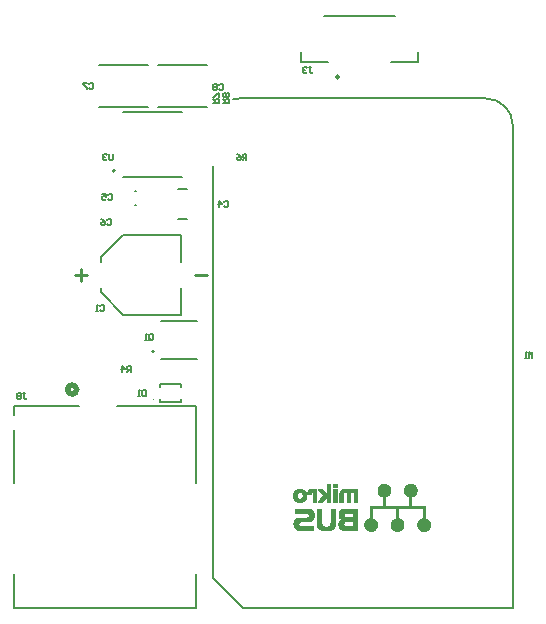
<source format=gbr>
%TF.GenerationSoftware,Altium Limited,Altium Designer,23.5.1 (21)*%
G04 Layer_Color=32896*
%FSLAX45Y45*%
%MOMM*%
%TF.SameCoordinates,251D8D79-0CC1-4DB5-8A6B-B6CDDAA58204*%
%TF.FilePolarity,Positive*%
%TF.FileFunction,Legend,Bot*%
%TF.Part,Single*%
G01*
G75*
%TA.AperFunction,NonConductor*%
%ADD53C,0.20000*%
%ADD54C,0.50800*%
%ADD55C,0.25400*%
%ADD56C,0.15240*%
%ADD57C,0.12700*%
%ADD59C,0.15000*%
%ADD60C,0.10000*%
%ADD61C,0.25000*%
%ADD62C,0.02500*%
D53*
X1680000Y3730000D02*
G03*
X1680000Y3730000I-10000J0D01*
G01*
X2011180Y2200000D02*
G03*
X2011180Y2200000I-11180J0D01*
G01*
X2039792Y4274690D02*
X2460208D01*
X2039792Y4625310D02*
X2460208D01*
X1539792D02*
X1960208D01*
X1539792Y4274690D02*
X1960208D01*
X1845000Y3437500D02*
X1855000D01*
X1845000Y3562500D02*
X1855000D01*
X2070000Y2460000D02*
X2370000D01*
X2070000Y2140000D02*
X2370000D01*
X2240000Y1902500D02*
Y1925000D01*
X2060000Y1902500D02*
Y1925000D01*
X2240000Y1775000D02*
Y1797500D01*
X2060000Y1775000D02*
Y1797500D01*
Y1925000D02*
X2240000D01*
X2060000Y1775000D02*
X2240000D01*
X2215000Y3325000D02*
X2285000D01*
X2215000Y3575000D02*
X2285000D01*
X3450000Y5045000D02*
X4050000D01*
X3252500Y4655000D02*
Y4737500D01*
X4015000Y4655000D02*
X4247500D01*
X3252500D02*
X3485000D01*
X4247500D02*
Y4737500D01*
D54*
X1353700Y1878300D02*
G03*
X1353700Y1878300I-38100J0D01*
G01*
D55*
X2458795Y2849999D02*
X2357227D01*
X1442804Y2850015D02*
X1341237D01*
X1392021Y2799232D02*
Y2900799D01*
D56*
X822840Y1662840D02*
Y1737330D01*
Y1083644D02*
Y1537160D01*
X2367160Y30000D02*
Y317096D01*
X822840Y1737330D02*
X1377266D01*
X2367160Y1083644D02*
Y1737330D01*
X822840Y30000D02*
X2367160D01*
X822840D02*
Y317096D01*
X1692734Y1737330D02*
X2367160D01*
D57*
X2735100Y4343500D02*
G03*
X2675934Y4335711I0J-228600D01*
G01*
X5046500Y4114900D02*
G03*
X4817900Y4343500I-228600J0D01*
G01*
X2735100D02*
X4817900D01*
X1750000Y4225000D02*
X2250000D01*
X1750000Y3675000D02*
X2250000D01*
X2760500Y25500D02*
X5046500D01*
X2506500Y279500D02*
X2760500Y25500D01*
X5046500D02*
X5046500Y4114900D01*
X2506500Y279500D02*
X2506500Y3770000D01*
X1560000Y2700000D02*
Y2738000D01*
Y3000000D02*
X1750000Y3190000D01*
X2240000D01*
Y2510000D02*
Y2738000D01*
X1750000Y2510000D02*
X2240000D01*
X1560000Y2700000D02*
X1750000Y2510000D01*
X2240000Y2962000D02*
Y3190000D01*
X1560000Y2962000D02*
Y3000000D01*
D59*
X1661653Y3874992D02*
Y3833339D01*
X1653322Y3825008D01*
X1636661D01*
X1628330Y3833339D01*
Y3874992D01*
X1611669Y3866661D02*
X1603339Y3874992D01*
X1586678D01*
X1578347Y3866661D01*
Y3858331D01*
X1586678Y3850000D01*
X1595008D01*
X1586678D01*
X1578347Y3841669D01*
Y3833339D01*
X1586678Y3825008D01*
X1603339D01*
X1611669Y3833339D01*
X2595009Y4308347D02*
X2644992D01*
Y4333339D01*
X2636662Y4341669D01*
X2620000D01*
X2611670Y4333339D01*
Y4308347D01*
Y4325008D02*
X2595009Y4341669D01*
X2636662Y4358330D02*
X2644992Y4366661D01*
Y4383322D01*
X2636662Y4391653D01*
X2628331D01*
X2620000Y4383322D01*
X2611670Y4391653D01*
X2603339D01*
X2595009Y4383322D01*
Y4366661D01*
X2603339Y4358330D01*
X2611670D01*
X2620000Y4366661D01*
X2628331Y4358330D01*
X2636662D01*
X2620000Y4366661D02*
Y4383322D01*
X2505008Y4308347D02*
X2554992D01*
Y4333339D01*
X2546661Y4341669D01*
X2530000D01*
X2521669Y4333339D01*
Y4308347D01*
Y4325008D02*
X2505008Y4341669D01*
X2554992Y4358331D02*
Y4391653D01*
X2546661D01*
X2513339Y4358331D01*
X2505008D01*
X2791653Y3825008D02*
Y3874992D01*
X2766661D01*
X2758331Y3866661D01*
Y3850000D01*
X2766661Y3841669D01*
X2791653D01*
X2774992D02*
X2758331Y3825008D01*
X2708347Y3874992D02*
X2725008Y3866661D01*
X2741669Y3850000D01*
Y3833339D01*
X2733339Y3825008D01*
X2716678D01*
X2708347Y3833339D01*
Y3841669D01*
X2716678Y3850000D01*
X2741669D01*
X1970000Y2303339D02*
Y2336661D01*
X1978331Y2344992D01*
X1994992D01*
X2003322Y2336661D01*
Y2303339D01*
X1994992Y2295008D01*
X1978331D01*
X1986661Y2311669D02*
X1970000Y2295008D01*
X1978331D02*
X1970000Y2303339D01*
X1953339Y2295008D02*
X1936678D01*
X1945008D01*
Y2344992D01*
X1953339Y2336661D01*
X1943322Y1874992D02*
Y1825008D01*
X1918330D01*
X1910000Y1833339D01*
Y1866661D01*
X1918330Y1874992D01*
X1943322D01*
X1893339Y1825008D02*
X1876677D01*
X1885008D01*
Y1874992D01*
X1893339Y1866661D01*
X2558330Y4456661D02*
X2566661Y4464992D01*
X2583322D01*
X2591653Y4456661D01*
Y4423339D01*
X2583322Y4415008D01*
X2566661D01*
X2558330Y4423339D01*
X2541669Y4456661D02*
X2533339Y4464992D01*
X2516677D01*
X2508347Y4456661D01*
Y4448331D01*
X2516677Y4440000D01*
X2508347Y4431669D01*
Y4423339D01*
X2516677Y4415008D01*
X2533339D01*
X2541669Y4423339D01*
Y4431669D01*
X2533339Y4440000D01*
X2541669Y4448331D01*
Y4456661D01*
X2533339Y4440000D02*
X2516677D01*
X1458330Y4466661D02*
X1466661Y4474992D01*
X1483322D01*
X1491653Y4466661D01*
Y4433339D01*
X1483322Y4425008D01*
X1466661D01*
X1458330Y4433339D01*
X1441669Y4474992D02*
X1408347D01*
Y4466661D01*
X1441669Y4433339D01*
Y4425008D01*
X1608331Y3316661D02*
X1616661Y3324992D01*
X1633322D01*
X1641653Y3316661D01*
Y3283339D01*
X1633322Y3275008D01*
X1616661D01*
X1608331Y3283339D01*
X1558347Y3324992D02*
X1575008Y3316661D01*
X1591669Y3300000D01*
Y3283339D01*
X1583339Y3275008D01*
X1566678D01*
X1558347Y3283339D01*
Y3291669D01*
X1566678Y3300000D01*
X1591669D01*
X1618331Y3526661D02*
X1626661Y3534992D01*
X1643322D01*
X1651653Y3526661D01*
Y3493339D01*
X1643322Y3485008D01*
X1626661D01*
X1618331Y3493339D01*
X1568347Y3534992D02*
X1601669D01*
Y3510000D01*
X1585008Y3518331D01*
X1576678D01*
X1568347Y3510000D01*
Y3493339D01*
X1576678Y3485008D01*
X1593339D01*
X1601669Y3493339D01*
X2603331Y3466661D02*
X2611661Y3474992D01*
X2628322D01*
X2636653Y3466661D01*
Y3433339D01*
X2628322Y3425008D01*
X2611661D01*
X2603331Y3433339D01*
X2561678Y3425008D02*
Y3474992D01*
X2586669Y3450000D01*
X2553347D01*
X1814153Y2025008D02*
Y2074992D01*
X1789161D01*
X1780830Y2066661D01*
Y2050000D01*
X1789161Y2041669D01*
X1814153D01*
X1797492D02*
X1780830Y2025008D01*
X1739177D02*
Y2074992D01*
X1764169Y2050000D01*
X1730847D01*
X1550000Y2586661D02*
X1558330Y2594992D01*
X1574992D01*
X1583322Y2586661D01*
Y2553339D01*
X1574992Y2545008D01*
X1558330D01*
X1550000Y2553339D01*
X1533339Y2545008D02*
X1516677D01*
X1525008D01*
Y2594992D01*
X1533339Y2586661D01*
X898330Y1844992D02*
X914992D01*
X906661D01*
Y1803339D01*
X914992Y1795008D01*
X923322D01*
X931653Y1803339D01*
X881669Y1836661D02*
X873339Y1844992D01*
X856677D01*
X848347Y1836661D01*
Y1828331D01*
X856677Y1820000D01*
X848347Y1811669D01*
Y1803339D01*
X856677Y1795008D01*
X873339D01*
X881669Y1803339D01*
Y1811669D01*
X873339Y1820000D01*
X881669Y1828331D01*
Y1836661D01*
X873339Y1820000D02*
X856677D01*
X3318330Y4604992D02*
X3334992D01*
X3326661D01*
Y4563339D01*
X3334992Y4555008D01*
X3343322D01*
X3351653Y4563339D01*
X3301669Y4596661D02*
X3293339Y4604992D01*
X3276677D01*
X3268347Y4596661D01*
Y4588331D01*
X3276677Y4580000D01*
X3285008D01*
X3276677D01*
X3268347Y4571669D01*
Y4563339D01*
X3276677Y4555008D01*
X3293339D01*
X3301669Y4563339D01*
X5213322Y2145008D02*
Y2194992D01*
X5196661Y2178331D01*
X5180000Y2194992D01*
Y2145008D01*
X5163339D02*
X5146678D01*
X5155008D01*
Y2194992D01*
X5163339Y2186661D01*
D60*
X2010000Y1797500D02*
G03*
X2010000Y1797500I-5000J0D01*
G01*
D61*
X3575000Y4525000D02*
G03*
X3575000Y4525000I-12500J0D01*
G01*
D62*
X3525800Y1082648D02*
X3555770D01*
X3473730D02*
X3502690D01*
X3525800Y1081632D02*
X3555770D01*
X3473730D02*
X3502690D01*
X3525800Y1080362D02*
X3555770D01*
X3473730D02*
X3502690D01*
X3525800Y1079346D02*
X3555770D01*
X3473730D02*
X3502690D01*
X4171216Y1078076D02*
X4187980D01*
X3946172D02*
X3963952D01*
X3525800D02*
X3555770D01*
X3473730D02*
X3502690D01*
X4165882Y1077060D02*
X4193568D01*
X3941854D02*
X3969540D01*
X3525800D02*
X3555770D01*
X3473730D02*
X3502690D01*
X4161310Y1076044D02*
X4196870D01*
X3937282D02*
X3972842D01*
X3525800D02*
X3555770D01*
X3473730D02*
X3502690D01*
X4159024Y1074774D02*
X4200172D01*
X3934996D02*
X3976144D01*
X3525800D02*
X3555770D01*
X3473730D02*
X3502690D01*
X4155722Y1073758D02*
X4202458D01*
X3931694D02*
X3978430D01*
X3525800D02*
X3555770D01*
X3473730D02*
X3502690D01*
X4153690Y1072742D02*
X4204490D01*
X3929662D02*
X3980462D01*
X3525800D02*
X3555770D01*
X3473730D02*
X3502690D01*
X4152420Y1071472D02*
X4206776D01*
X3928392D02*
X3982748D01*
X3525800D02*
X3555770D01*
X3473730D02*
X3502690D01*
X4150134Y1070456D02*
X4207792D01*
X3926106D02*
X3984018D01*
X3525800D02*
X3555770D01*
X3473730D02*
X3502690D01*
X4149118Y1069440D02*
X4210078D01*
X3924074D02*
X3986050D01*
X3525800D02*
X3555770D01*
X3473730D02*
X3502690D01*
X4146832Y1068170D02*
X4211348D01*
X3922804D02*
X3987320D01*
X3525800D02*
X3555770D01*
X3473730D02*
X3502690D01*
X4145816Y1067154D02*
X4213380D01*
X3921788D02*
X3988336D01*
X3525800D02*
X3555770D01*
X3473730D02*
X3502690D01*
X4144800Y1065884D02*
X4214650D01*
X3920772D02*
X3990622D01*
X3525800D02*
X3555770D01*
X3473730D02*
X3502690D01*
X4143530Y1064868D02*
X4215666D01*
X3919502D02*
X3991638D01*
X3525800D02*
X3555770D01*
X3473730D02*
X3502690D01*
X4142514Y1063852D02*
X4216682D01*
X3917470D02*
X3992654D01*
X3525800D02*
X3555770D01*
X3473730D02*
X3502690D01*
X4141498Y1062582D02*
X4217952D01*
X3916200D02*
X3993924D01*
X3525800D02*
X3555770D01*
X3473730D02*
X3502690D01*
X4140228Y1061566D02*
X4218968D01*
X3916200D02*
X3994940D01*
X3525800D02*
X3555770D01*
X3473730D02*
X3502690D01*
X4139212Y1060550D02*
X4220238D01*
X3915180D02*
X3996210D01*
X3525800D02*
X3555770D01*
X3473730D02*
X3502690D01*
X4137942Y1059280D02*
X4221254D01*
X3913910D02*
X3996210D01*
X3525800D02*
X3555770D01*
X3473730D02*
X3502690D01*
X4136926Y1058264D02*
X4221254D01*
X3912900D02*
X3997226D01*
X3525800D02*
X3555770D01*
X3473730D02*
X3502690D01*
X4135910Y1057248D02*
X4222270D01*
X3911880D02*
X3998242D01*
X3525800D02*
X3555770D01*
X3473730D02*
X3502690D01*
X4135910Y1055978D02*
X4223540D01*
X3911880D02*
X3999512D01*
X3473730D02*
X3502690D01*
X4134640Y1054962D02*
X4223540D01*
X3910610D02*
X3999512D01*
X3473730D02*
X3502690D01*
X4133624Y1053692D02*
X4224556D01*
X3909600D02*
X4000528D01*
X3473730D02*
X3502690D01*
X4133624Y1052676D02*
X4225572D01*
X3909600D02*
X4001544D01*
X3473730D02*
X3502690D01*
X4132608Y1051660D02*
X4225572D01*
X3908580D02*
X4001544D01*
X3473730D02*
X3502690D01*
X4132608Y1050390D02*
X4226842D01*
X3908580D02*
X4002814D01*
X3473730D02*
X3502690D01*
X4131338Y1049374D02*
X4226842D01*
X3907310D02*
X4002814D01*
X3473730D02*
X3502690D01*
X4131338Y1048358D02*
X4227858D01*
X3907310D02*
X4003830D01*
X3473730D02*
X3502690D01*
X4130322Y1047088D02*
X4227858D01*
X3906290D02*
X4003830D01*
X3473730D02*
X3502690D01*
X4130322Y1046072D02*
X4228874D01*
X3906290D02*
X4004846D01*
X3473730D02*
X3502690D01*
X4129052Y1045056D02*
X4228874D01*
X3905280D02*
X4004846D01*
X3473730D02*
X3502690D01*
X4129052Y1043786D02*
X4228874D01*
X3905280D02*
X4004846D01*
X3473730D02*
X3502690D01*
X4129052Y1042770D02*
X4230144D01*
X3905280D02*
X4006116D01*
X3473730D02*
X3502690D01*
X4128036Y1041500D02*
X4230144D01*
X3904010D02*
X4006116D01*
X3473730D02*
X3502690D01*
X4128036Y1040484D02*
X4230144D01*
X3904010D02*
X4006116D01*
X3473730D02*
X3502690D01*
X4128036Y1039468D02*
X4231160D01*
X3904010D02*
X4007132D01*
X3473730D02*
X3502690D01*
X4128036Y1038198D02*
X4231160D01*
X3902990D02*
X4007132D01*
X3473730D02*
X3502690D01*
X4127020Y1037182D02*
X4231160D01*
X3902990D02*
X4007132D01*
X3473730D02*
X3502690D01*
X4127020Y1036166D02*
X4231160D01*
X3902990D02*
X4007132D01*
X3473730D02*
X3502690D01*
X3231920D02*
X3251990D01*
X4127020Y1034896D02*
X4232430D01*
X3902990D02*
X4007132D01*
X3473730D02*
X3502690D01*
X3226340D02*
X3257580D01*
X4127020Y1033880D02*
X4232430D01*
X3902990D02*
X4008402D01*
X3610130D02*
X3730020D01*
X3525800D02*
X3555770D01*
X3473730D02*
X3502690D01*
X3394990D02*
X3431570D01*
X3325140D02*
X3383820D01*
X3222020D02*
X3261900D01*
X4127020Y1032610D02*
X4232430D01*
X3902990D02*
X4008402D01*
X3604540D02*
X3730020D01*
X3525800D02*
X3555770D01*
X3473730D02*
X3502690D01*
X3394990D02*
X3432840D01*
X3320820D02*
X3383820D01*
X3218720D02*
X3265200D01*
X4127020Y1031594D02*
X4232430D01*
X3901720D02*
X4008402D01*
X3600220D02*
X3730020D01*
X3525800D02*
X3555770D01*
X3473730D02*
X3502690D01*
X3396010D02*
X3433850D01*
X3318540D02*
X3383820D01*
X3216430D02*
X3267480D01*
X4125750Y1030578D02*
X4232430D01*
X3901720D02*
X4008402D01*
X3597940D02*
X3730020D01*
X3525800D02*
X3555770D01*
X3473730D02*
X3502690D01*
X3397280D02*
X3433850D01*
X3316250D02*
X3383820D01*
X3213130D02*
X3269770D01*
X4125750Y1029308D02*
X4232430D01*
X3901720D02*
X4008402D01*
X3595650D02*
X3730020D01*
X3525800D02*
X3555770D01*
X3473730D02*
X3502690D01*
X3398290D02*
X3434870D01*
X3315240D02*
X3383820D01*
X3212110D02*
X3271800D01*
X4125750Y1028292D02*
X4232430D01*
X3901720D02*
X4008402D01*
X3593620D02*
X3730020D01*
X3525800D02*
X3555770D01*
X3473730D02*
X3502690D01*
X3399560D02*
X3436140D01*
X3313970D02*
X3383820D01*
X3209830D02*
X3274090D01*
X4125750Y1027276D02*
X4232430D01*
X3901720D02*
X4008402D01*
X3592350D02*
X3730020D01*
X3525800D02*
X3555770D01*
X3473730D02*
X3502690D01*
X3400580D02*
X3437160D01*
X3312950D02*
X3383820D01*
X3207540D02*
X3276370D01*
X4125750Y1026006D02*
X4232430D01*
X3901720D02*
X4008402D01*
X3590320D02*
X3730020D01*
X3525800D02*
X3555770D01*
X3473730D02*
X3502690D01*
X3401600D02*
X3438170D01*
X3311930D02*
X3383820D01*
X3206520D02*
X3277390D01*
X4125750Y1024990D02*
X4232430D01*
X3901720D02*
X4008402D01*
X3589050D02*
X3730020D01*
X3525800D02*
X3555770D01*
X3473730D02*
X3502690D01*
X3402870D02*
X3439440D01*
X3310660D02*
X3383820D01*
X3205510D02*
X3278660D01*
X4125750Y1023974D02*
X4232430D01*
X3901720D02*
X4008402D01*
X3588030D02*
X3730020D01*
X3525800D02*
X3555770D01*
X3473730D02*
X3502690D01*
X3403880D02*
X3440460D01*
X3310660D02*
X3383820D01*
X3203220D02*
X3280690D01*
X4125750Y1022704D02*
X4232430D01*
X3901720D02*
X4008402D01*
X3586760D02*
X3730020D01*
X3525800D02*
X3555770D01*
X3473730D02*
X3502690D01*
X3404900D02*
X3441470D01*
X3309650D02*
X3383820D01*
X3201950D02*
X3281960D01*
X4125750Y1021688D02*
X4232430D01*
X3901720D02*
X4008402D01*
X3585750D02*
X3730020D01*
X3525800D02*
X3555770D01*
X3473730D02*
X3502690D01*
X3406170D02*
X3442740D01*
X3309650D02*
X3383820D01*
X3200940D02*
X3282980D01*
X4125750Y1020418D02*
X4232430D01*
X3901720D02*
X4008402D01*
X3585750D02*
X3730020D01*
X3525800D02*
X3555770D01*
X3473730D02*
X3502690D01*
X3407180D02*
X3442740D01*
X3309650D02*
X3383820D01*
X3199920D02*
X3283990D01*
X4127020Y1019402D02*
X4232430D01*
X3901720D02*
X4008402D01*
X3584730D02*
X3730020D01*
X3525800D02*
X3555770D01*
X3473730D02*
X3502690D01*
X3408200D02*
X3443760D01*
X3308630D02*
X3383820D01*
X3198650D02*
X3285260D01*
X4127020Y1018386D02*
X4232430D01*
X3902990D02*
X4008402D01*
X3584730D02*
X3730020D01*
X3525800D02*
X3555770D01*
X3473730D02*
X3502690D01*
X3409470D02*
X3445030D01*
X3308630D02*
X3383820D01*
X3197630D02*
X3285260D01*
X4127020Y1017116D02*
X4232430D01*
X3902990D02*
X4008402D01*
X3583460D02*
X3730020D01*
X3525800D02*
X3555770D01*
X3473730D02*
X3502690D01*
X3410490D02*
X3446050D01*
X3308630D02*
X3383820D01*
X3197630D02*
X3286280D01*
X4127020Y1016100D02*
X4232430D01*
X3902990D02*
X4007132D01*
X3583460D02*
X3730020D01*
X3525800D02*
X3555770D01*
X3473730D02*
X3502690D01*
X3411760D02*
X3447060D01*
X3308630D02*
X3383820D01*
X3196620D02*
X3287550D01*
X4127020Y1015084D02*
X4231160D01*
X3902990D02*
X4007132D01*
X3582440D02*
X3730020D01*
X3525800D02*
X3555770D01*
X3473730D02*
X3502690D01*
X3412770D02*
X3448330D01*
X3308630D02*
X3383820D01*
X3195350D02*
X3288570D01*
X4127020Y1013814D02*
X4231160D01*
X3902990D02*
X4007132D01*
X3582440D02*
X3730020D01*
X3525800D02*
X3555770D01*
X3473730D02*
X3502690D01*
X3413790D02*
X3449350D01*
X3308630D02*
X3383820D01*
X3194330D02*
X3288570D01*
X4128036Y1012798D02*
X4231160D01*
X3902990D02*
X4007132D01*
X3581430D02*
X3730020D01*
X3525800D02*
X3555770D01*
X3473730D02*
X3502690D01*
X3415060D02*
X3450360D01*
X3355110D02*
X3383820D01*
X3307360D02*
X3339620D01*
X3243100D02*
X3289580D01*
X3194330D02*
X3239800D01*
X4128036Y1011782D02*
X4231160D01*
X3904010D02*
X4007132D01*
X3581430D02*
X3730020D01*
X3525800D02*
X3555770D01*
X3473730D02*
X3502690D01*
X3415060D02*
X3451630D01*
X3355110D02*
X3383820D01*
X3307360D02*
X3337330D01*
X3249700D02*
X3290850D01*
X3193060D02*
X3234210D01*
X4128036Y1010512D02*
X4230144D01*
X3904010D02*
X4006116D01*
X3635780D02*
X3730020D01*
X3581430D02*
X3622320D01*
X3525800D02*
X3555770D01*
X3473730D02*
X3502690D01*
X3416070D02*
X3451630D01*
X3355110D02*
X3383820D01*
X3307360D02*
X3336320D01*
X3251990D02*
X3290850D01*
X3193060D02*
X3230910D01*
X4128036Y1009496D02*
X4230144D01*
X3904010D02*
X4006116D01*
X3701060D02*
X3730020D01*
X3640100D02*
X3670070D01*
X3581430D02*
X3616730D01*
X3525800D02*
X3555770D01*
X3473730D02*
X3502690D01*
X3417090D02*
X3452650D01*
X3355110D02*
X3383820D01*
X3307360D02*
X3336320D01*
X3254280D02*
X3291870D01*
X3192050D02*
X3228620D01*
X4129052Y1008226D02*
X4230144D01*
X3905280D02*
X4006116D01*
X3701060D02*
X3730020D01*
X3640100D02*
X3670070D01*
X3580160D02*
X3613430D01*
X3525800D02*
X3555770D01*
X3473730D02*
X3502690D01*
X3418360D02*
X3453920D01*
X3355110D02*
X3383820D01*
X3307360D02*
X3335050D01*
X3256310D02*
X3291870D01*
X3192050D02*
X3227610D01*
X4129052Y1007210D02*
X4228874D01*
X3905280D02*
X4004846D01*
X3701060D02*
X3730020D01*
X3640100D02*
X3670070D01*
X3580160D02*
X3612420D01*
X3525800D02*
X3555770D01*
X3473730D02*
X3502690D01*
X3419380D02*
X3454940D01*
X3355110D02*
X3383820D01*
X3307360D02*
X3335050D01*
X3257580D02*
X3292880D01*
X3191030D02*
X3225320D01*
X4129052Y1006194D02*
X4228874D01*
X3905280D02*
X4004846D01*
X3701060D02*
X3730020D01*
X3640100D02*
X3670070D01*
X3580160D02*
X3611150D01*
X3525800D02*
X3555770D01*
X3473730D02*
X3502690D01*
X3420650D02*
X3455950D01*
X3355110D02*
X3383820D01*
X3307360D02*
X3335050D01*
X3258590D02*
X3292880D01*
X3191030D02*
X3224300D01*
X4130322Y1004924D02*
X4228874D01*
X3906290D02*
X4004846D01*
X3701060D02*
X3730020D01*
X3640100D02*
X3670070D01*
X3580160D02*
X3610130D01*
X3525800D02*
X3555770D01*
X3473730D02*
X3502690D01*
X3421660D02*
X3457220D01*
X3355110D02*
X3383820D01*
X3307360D02*
X3335050D01*
X3259610D02*
X3294150D01*
X3189760D02*
X3223030D01*
X4130322Y1003908D02*
X4227858D01*
X3906290D02*
X4003830D01*
X3701060D02*
X3730020D01*
X3640100D02*
X3670070D01*
X3580160D02*
X3610130D01*
X3525800D02*
X3555770D01*
X3473730D02*
X3502690D01*
X3422680D02*
X3458240D01*
X3355110D02*
X3383820D01*
X3307360D02*
X3335050D01*
X3260880D02*
X3294150D01*
X3189760D02*
X3223030D01*
X4131338Y1002892D02*
X4227858D01*
X3907310D02*
X4003830D01*
X3701060D02*
X3730020D01*
X3640100D02*
X3670070D01*
X3580160D02*
X3610130D01*
X3525800D02*
X3555770D01*
X3473730D02*
X3502690D01*
X3423950D02*
X3459250D01*
X3355110D02*
X3383820D01*
X3307360D02*
X3335050D01*
X3261900D02*
X3294150D01*
X3189760D02*
X3222020D01*
X4131338Y1001622D02*
X4226842D01*
X3907310D02*
X4002814D01*
X3701060D02*
X3730020D01*
X3640100D02*
X3670070D01*
X3580160D02*
X3609110D01*
X3525800D02*
X3555770D01*
X3473730D02*
X3502690D01*
X3424960D02*
X3460520D01*
X3355110D02*
X3383820D01*
X3307360D02*
X3335050D01*
X3263170D02*
X3295170D01*
X3188740D02*
X3221000D01*
X4132608Y1000606D02*
X4226842D01*
X3908580D02*
X4002814D01*
X3701060D02*
X3730020D01*
X3640100D02*
X3670070D01*
X3580160D02*
X3609110D01*
X3525800D02*
X3555770D01*
X3473730D02*
X3502690D01*
X3425980D02*
X3460520D01*
X3355110D02*
X3383820D01*
X3307360D02*
X3335050D01*
X3264180D02*
X3295170D01*
X3188740D02*
X3221000D01*
X4132608Y999336D02*
X4225572D01*
X3908580D02*
X4001544D01*
X3701060D02*
X3730020D01*
X3640100D02*
X3670070D01*
X3580160D02*
X3609110D01*
X3525800D02*
X3555770D01*
X3473730D02*
X3502690D01*
X3427250D02*
X3461540D01*
X3355110D02*
X3383820D01*
X3307360D02*
X3335050D01*
X3264180D02*
X3295170D01*
X3188740D02*
X3219730D01*
X4133624Y998320D02*
X4225572D01*
X3909600D02*
X4001544D01*
X3701060D02*
X3730020D01*
X3640100D02*
X3670070D01*
X3579140D02*
X3609110D01*
X3525800D02*
X3555770D01*
X3473730D02*
X3502690D01*
X3428270D02*
X3462560D01*
X3355110D02*
X3383820D01*
X3307360D02*
X3335050D01*
X3265200D02*
X3296440D01*
X3187730D02*
X3219730D01*
X4133624Y997304D02*
X4224556D01*
X3909600D02*
X4000528D01*
X3701060D02*
X3730020D01*
X3640100D02*
X3670070D01*
X3579140D02*
X3609110D01*
X3525800D02*
X3555770D01*
X3473730D02*
X3502690D01*
X3429280D02*
X3463830D01*
X3355110D02*
X3383820D01*
X3307360D02*
X3335050D01*
X3265200D02*
X3296440D01*
X3187730D02*
X3218720D01*
X4134640Y996034D02*
X4223540D01*
X3910610D02*
X3999512D01*
X3701060D02*
X3730020D01*
X3640100D02*
X3670070D01*
X3579140D02*
X3607840D01*
X3525800D02*
X3555770D01*
X3473730D02*
X3502690D01*
X3430550D02*
X3464840D01*
X3355110D02*
X3383820D01*
X3307360D02*
X3335050D01*
X3265200D02*
X3296440D01*
X3187730D02*
X3218720D01*
X4135910Y995018D02*
X4223540D01*
X3911880D02*
X3999512D01*
X3701060D02*
X3730020D01*
X3640100D02*
X3670070D01*
X3579140D02*
X3607840D01*
X3525800D02*
X3555770D01*
X3473730D02*
X3502690D01*
X3431570D02*
X3466110D01*
X3355110D02*
X3383820D01*
X3307360D02*
X3335050D01*
X3266470D02*
X3296440D01*
X3187730D02*
X3217700D01*
X4136926Y994002D02*
X4222270D01*
X3911880D02*
X3998242D01*
X3701060D02*
X3730020D01*
X3640100D02*
X3670070D01*
X3579140D02*
X3607840D01*
X3525800D02*
X3555770D01*
X3473730D02*
X3502690D01*
X3432840D02*
X3467130D01*
X3355110D02*
X3383820D01*
X3307360D02*
X3335050D01*
X3266470D02*
X3296440D01*
X3186460D02*
X3217700D01*
X4136926Y992732D02*
X4221254D01*
X3912900D02*
X3997226D01*
X3701060D02*
X3730020D01*
X3640100D02*
X3670070D01*
X3579140D02*
X3607840D01*
X3525800D02*
X3555770D01*
X3473730D02*
X3502690D01*
X3433850D02*
X3468140D01*
X3355110D02*
X3383820D01*
X3307360D02*
X3335050D01*
X3266470D02*
X3297460D01*
X3186460D02*
X3217700D01*
X4137942Y991716D02*
X4220238D01*
X3913910D02*
X3996210D01*
X3701060D02*
X3730020D01*
X3640100D02*
X3670070D01*
X3579140D02*
X3607840D01*
X3525800D02*
X3555770D01*
X3473730D02*
X3502690D01*
X3434870D02*
X3468140D01*
X3355110D02*
X3383820D01*
X3307360D02*
X3335050D01*
X3267480D02*
X3297460D01*
X3186460D02*
X3217700D01*
X4139212Y990700D02*
X4220238D01*
X3915180D02*
X3994940D01*
X3701060D02*
X3730020D01*
X3640100D02*
X3670070D01*
X3579140D02*
X3607840D01*
X3525800D02*
X3555770D01*
X3473730D02*
X3502690D01*
X3434870D02*
X3469410D01*
X3355110D02*
X3383820D01*
X3307360D02*
X3335050D01*
X3267480D02*
X3297460D01*
X3186460D02*
X3216430D01*
X4140228Y989430D02*
X4218968D01*
X3916200D02*
X3994940D01*
X3701060D02*
X3730020D01*
X3640100D02*
X3670070D01*
X3579140D02*
X3607840D01*
X3525800D02*
X3555770D01*
X3473730D02*
X3502690D01*
X3436140D02*
X3470430D01*
X3355110D02*
X3383820D01*
X3267480D02*
X3297460D01*
X3186460D02*
X3216430D01*
X4141498Y988414D02*
X4217952D01*
X3917470D02*
X3993924D01*
X3701060D02*
X3730020D01*
X3640100D02*
X3670070D01*
X3579140D02*
X3607840D01*
X3525800D02*
X3555770D01*
X3473730D02*
X3502690D01*
X3437160D02*
X3471450D01*
X3355110D02*
X3383820D01*
X3267480D02*
X3297460D01*
X3186460D02*
X3216430D01*
X4142514Y987144D02*
X4216682D01*
X3918490D02*
X3992654D01*
X3701060D02*
X3730020D01*
X3640100D02*
X3670070D01*
X3579140D02*
X3607840D01*
X3525800D02*
X3555770D01*
X3473730D02*
X3502690D01*
X3438170D02*
X3472720D01*
X3355110D02*
X3383820D01*
X3267480D02*
X3297460D01*
X3186460D02*
X3216430D01*
X4143530Y986128D02*
X4215666D01*
X3919502D02*
X3991638D01*
X3701060D02*
X3730020D01*
X3640100D02*
X3670070D01*
X3579140D02*
X3607840D01*
X3525800D02*
X3555770D01*
X3439440D02*
X3502690D01*
X3355110D02*
X3383820D01*
X3267480D02*
X3297460D01*
X3186460D02*
X3216430D01*
X4144800Y985112D02*
X4214650D01*
X3920772D02*
X3989352D01*
X3701060D02*
X3730020D01*
X3640100D02*
X3670070D01*
X3579140D02*
X3607840D01*
X3525800D02*
X3555770D01*
X3440460D02*
X3502690D01*
X3355110D02*
X3383820D01*
X3267480D02*
X3297460D01*
X3186460D02*
X3216430D01*
X4145816Y983842D02*
X4212364D01*
X3921788D02*
X3988336D01*
X3701060D02*
X3730020D01*
X3640100D02*
X3670070D01*
X3579140D02*
X3607840D01*
X3525800D02*
X3555770D01*
X3441470D02*
X3502690D01*
X3355110D02*
X3383820D01*
X3268500D02*
X3297460D01*
X3186460D02*
X3216430D01*
X4148102Y982826D02*
X4211348D01*
X3922804D02*
X3987320D01*
X3701060D02*
X3730020D01*
X3640100D02*
X3670070D01*
X3579140D02*
X3607840D01*
X3525800D02*
X3555770D01*
X3442740D02*
X3502690D01*
X3355110D02*
X3383820D01*
X3268500D02*
X3297460D01*
X3186460D02*
X3216430D01*
X4149118Y981810D02*
X4210078D01*
X3925090D02*
X3986050D01*
X3701060D02*
X3730020D01*
X3640100D02*
X3670070D01*
X3579140D02*
X3607840D01*
X3525800D02*
X3555770D01*
X3441470D02*
X3502690D01*
X3355110D02*
X3383820D01*
X3268500D02*
X3297460D01*
X3186460D02*
X3216430D01*
X4150134Y980540D02*
X4207792D01*
X3926106D02*
X3984018D01*
X3701060D02*
X3730020D01*
X3640100D02*
X3670070D01*
X3579140D02*
X3607840D01*
X3525800D02*
X3555770D01*
X3440460D02*
X3502690D01*
X3355110D02*
X3383820D01*
X3268500D02*
X3297460D01*
X3186460D02*
X3216430D01*
X4152420Y979524D02*
X4205760D01*
X3928392D02*
X3981732D01*
X3701060D02*
X3730020D01*
X3640100D02*
X3670070D01*
X3579140D02*
X3607840D01*
X3525800D02*
X3555770D01*
X3439440D02*
X3502690D01*
X3355110D02*
X3383820D01*
X3267480D02*
X3297460D01*
X3186460D02*
X3216430D01*
X4154706Y978508D02*
X4204490D01*
X3930678D02*
X3980462D01*
X3701060D02*
X3730020D01*
X3640100D02*
X3670070D01*
X3579140D02*
X3607840D01*
X3525800D02*
X3555770D01*
X3438170D02*
X3502690D01*
X3355110D02*
X3383820D01*
X3267480D02*
X3297460D01*
X3186460D02*
X3216430D01*
X4156992Y977238D02*
X4202458D01*
X3932964D02*
X3977160D01*
X3701060D02*
X3730020D01*
X3640100D02*
X3670070D01*
X3579140D02*
X3607840D01*
X3525800D02*
X3555770D01*
X3473730D02*
X3502690D01*
X3437160D02*
X3472720D01*
X3355110D02*
X3383820D01*
X3267480D02*
X3297460D01*
X3186460D02*
X3216430D01*
X4159024Y976222D02*
X4199156D01*
X3934996D02*
X3975128D01*
X3701060D02*
X3730020D01*
X3640100D02*
X3670070D01*
X3579140D02*
X3607840D01*
X3525800D02*
X3555770D01*
X3473730D02*
X3502690D01*
X3436140D02*
X3471450D01*
X3355110D02*
X3383820D01*
X3267480D02*
X3297460D01*
X3186460D02*
X3216430D01*
X4162326Y974952D02*
X4195600D01*
X3938552D02*
X3971572D01*
X3701060D02*
X3730020D01*
X3579140D02*
X3607840D01*
X3525800D02*
X3555770D01*
X3473730D02*
X3502690D01*
X3434870D02*
X3471450D01*
X3355110D02*
X3383820D01*
X3267480D02*
X3297460D01*
X3186460D02*
X3216430D01*
X4166898Y973936D02*
X4192298D01*
X3942870D02*
X3968270D01*
X3701060D02*
X3730020D01*
X3640100D02*
X3670070D01*
X3579140D02*
X3607840D01*
X3525800D02*
X3555770D01*
X3473730D02*
X3502690D01*
X3433850D02*
X3470430D01*
X3355110D02*
X3383820D01*
X3267480D02*
X3297460D01*
X3186460D02*
X3216430D01*
X4170200Y972920D02*
X4188996D01*
X3946172D02*
X3964968D01*
X3701060D02*
X3730020D01*
X3640100D02*
X3670070D01*
X3579140D02*
X3607840D01*
X3525800D02*
X3555770D01*
X3473730D02*
X3502690D01*
X3432840D02*
X3469410D01*
X3355110D02*
X3383820D01*
X3267480D02*
X3297460D01*
X3186460D02*
X3216430D01*
X4170200Y971650D02*
X4188996D01*
X3946172D02*
X3964968D01*
X3701060D02*
X3730020D01*
X3640100D02*
X3670070D01*
X3579140D02*
X3607840D01*
X3525800D02*
X3555770D01*
X3473730D02*
X3502690D01*
X3432840D02*
X3468140D01*
X3355110D02*
X3383820D01*
X3266470D02*
X3297460D01*
X3186460D02*
X3217700D01*
X4170200Y970634D02*
X4188996D01*
X3946172D02*
X3964968D01*
X3701060D02*
X3730020D01*
X3640100D02*
X3670070D01*
X3579140D02*
X3607840D01*
X3525800D02*
X3555770D01*
X3473730D02*
X3502690D01*
X3431570D02*
X3467130D01*
X3355110D02*
X3383820D01*
X3266470D02*
X3297460D01*
X3186460D02*
X3217700D01*
X4170200Y969618D02*
X4188996D01*
X3946172D02*
X3964968D01*
X3701060D02*
X3730020D01*
X3640100D02*
X3670070D01*
X3579140D02*
X3607840D01*
X3525800D02*
X3555770D01*
X3473730D02*
X3502690D01*
X3430550D02*
X3466110D01*
X3355110D02*
X3383820D01*
X3266470D02*
X3296440D01*
X3187730D02*
X3217700D01*
X4170200Y968348D02*
X4188996D01*
X3946172D02*
X3964968D01*
X3701060D02*
X3730020D01*
X3640100D02*
X3670070D01*
X3579140D02*
X3607840D01*
X3525800D02*
X3555770D01*
X3473730D02*
X3502690D01*
X3429280D02*
X3466110D01*
X3355110D02*
X3383820D01*
X3265200D02*
X3296440D01*
X3187730D02*
X3217700D01*
X4170200Y967332D02*
X4188996D01*
X3946172D02*
X3964968D01*
X3701060D02*
X3730020D01*
X3640100D02*
X3670070D01*
X3579140D02*
X3607840D01*
X3525800D02*
X3555770D01*
X3473730D02*
X3502690D01*
X3428270D02*
X3464840D01*
X3355110D02*
X3383820D01*
X3265200D02*
X3296440D01*
X3187730D02*
X3218720D01*
X4170200Y966316D02*
X4188996D01*
X3946172D02*
X3964968D01*
X3701060D02*
X3730020D01*
X3640100D02*
X3670070D01*
X3579140D02*
X3607840D01*
X3525800D02*
X3555770D01*
X3473730D02*
X3502690D01*
X3427250D02*
X3463830D01*
X3355110D02*
X3383820D01*
X3265200D02*
X3296440D01*
X3187730D02*
X3218720D01*
X4170200Y965046D02*
X4188996D01*
X3946172D02*
X3964968D01*
X3701060D02*
X3730020D01*
X3640100D02*
X3670070D01*
X3579140D02*
X3607840D01*
X3525800D02*
X3555770D01*
X3473730D02*
X3502690D01*
X3425980D02*
X3462560D01*
X3355110D02*
X3383820D01*
X3264180D02*
X3295170D01*
X3188740D02*
X3219730D01*
X4170200Y964030D02*
X4188996D01*
X3946172D02*
X3964968D01*
X3701060D02*
X3730020D01*
X3640100D02*
X3670070D01*
X3579140D02*
X3607840D01*
X3525800D02*
X3555770D01*
X3473730D02*
X3502690D01*
X3424960D02*
X3461540D01*
X3355110D02*
X3383820D01*
X3264180D02*
X3295170D01*
X3188740D02*
X3219730D01*
X4170200Y962760D02*
X4188996D01*
X3946172D02*
X3964968D01*
X3701060D02*
X3730020D01*
X3640100D02*
X3670070D01*
X3579140D02*
X3607840D01*
X3525800D02*
X3555770D01*
X3473730D02*
X3502690D01*
X3423950D02*
X3460520D01*
X3355110D02*
X3383820D01*
X3263170D02*
X3295170D01*
X3188740D02*
X3221000D01*
X4170200Y961744D02*
X4188996D01*
X3946172D02*
X3964968D01*
X3701060D02*
X3730020D01*
X3640100D02*
X3670070D01*
X3579140D02*
X3607840D01*
X3525800D02*
X3555770D01*
X3473730D02*
X3502690D01*
X3422680D02*
X3460520D01*
X3355110D02*
X3383820D01*
X3261900D02*
X3295170D01*
X3188740D02*
X3221000D01*
X4170200Y960728D02*
X4188996D01*
X3946172D02*
X3964968D01*
X3701060D02*
X3730020D01*
X3640100D02*
X3670070D01*
X3579140D02*
X3607840D01*
X3525800D02*
X3555770D01*
X3473730D02*
X3502690D01*
X3421660D02*
X3459250D01*
X3355110D02*
X3383820D01*
X3261900D02*
X3294150D01*
X3189760D02*
X3222020D01*
X4170200Y959458D02*
X4188996D01*
X3946172D02*
X3964968D01*
X3701060D02*
X3730020D01*
X3640100D02*
X3670070D01*
X3579140D02*
X3607840D01*
X3525800D02*
X3555770D01*
X3473730D02*
X3502690D01*
X3421660D02*
X3458240D01*
X3355110D02*
X3383820D01*
X3260880D02*
X3294150D01*
X3189760D02*
X3223030D01*
X4170200Y958442D02*
X4188996D01*
X3946172D02*
X3964968D01*
X3701060D02*
X3730020D01*
X3640100D02*
X3670070D01*
X3579140D02*
X3607840D01*
X3525800D02*
X3555770D01*
X3473730D02*
X3502690D01*
X3420650D02*
X3457220D01*
X3355110D02*
X3383820D01*
X3259610D02*
X3292880D01*
X3191030D02*
X3224300D01*
X4170200Y957426D02*
X4188996D01*
X3946172D02*
X3964968D01*
X3701060D02*
X3730020D01*
X3640100D02*
X3670070D01*
X3579140D02*
X3607840D01*
X3525800D02*
X3555770D01*
X3473730D02*
X3502690D01*
X3419380D02*
X3455950D01*
X3355110D02*
X3383820D01*
X3258590D02*
X3292880D01*
X3191030D02*
X3225320D01*
X4170200Y956156D02*
X4188996D01*
X3946172D02*
X3964968D01*
X3701060D02*
X3730020D01*
X3640100D02*
X3670070D01*
X3579140D02*
X3607840D01*
X3525800D02*
X3555770D01*
X3473730D02*
X3502690D01*
X3418360D02*
X3454940D01*
X3355110D02*
X3383820D01*
X3257580D02*
X3292880D01*
X3191030D02*
X3226340D01*
X4170200Y955140D02*
X4188996D01*
X3946172D02*
X3964968D01*
X3701060D02*
X3730020D01*
X3640100D02*
X3670070D01*
X3579140D02*
X3607840D01*
X3525800D02*
X3555770D01*
X3473730D02*
X3502690D01*
X3417090D02*
X3454940D01*
X3355110D02*
X3383820D01*
X3256310D02*
X3291870D01*
X3192050D02*
X3228620D01*
X4170200Y953870D02*
X4188996D01*
X3946172D02*
X3964968D01*
X3701060D02*
X3730020D01*
X3640100D02*
X3670070D01*
X3579140D02*
X3607840D01*
X3525800D02*
X3555770D01*
X3473730D02*
X3502690D01*
X3416070D02*
X3453920D01*
X3355110D02*
X3383820D01*
X3254280D02*
X3291870D01*
X3192050D02*
X3229890D01*
X4170200Y952854D02*
X4188996D01*
X3946172D02*
X3964968D01*
X3701060D02*
X3730020D01*
X3640100D02*
X3670070D01*
X3579140D02*
X3607840D01*
X3525800D02*
X3555770D01*
X3473730D02*
X3502690D01*
X3415060D02*
X3452650D01*
X3355110D02*
X3383820D01*
X3251990D02*
X3290850D01*
X3193060D02*
X3231920D01*
X4170200Y951838D02*
X4188996D01*
X3946172D02*
X3964968D01*
X3701060D02*
X3730020D01*
X3640100D02*
X3670070D01*
X3579140D02*
X3607840D01*
X3525800D02*
X3555770D01*
X3473730D02*
X3502690D01*
X3413790D02*
X3451630D01*
X3355110D02*
X3383820D01*
X3248690D02*
X3289580D01*
X3193060D02*
X3235230D01*
X4170200Y950568D02*
X4188996D01*
X3946172D02*
X3964968D01*
X3701060D02*
X3730020D01*
X3640100D02*
X3670070D01*
X3579140D02*
X3607840D01*
X3525800D02*
X3555770D01*
X3473730D02*
X3502690D01*
X3412770D02*
X3450360D01*
X3355110D02*
X3383820D01*
X3194330D02*
X3289580D01*
X4170200Y949552D02*
X4188996D01*
X3946172D02*
X3964968D01*
X3701060D02*
X3730020D01*
X3640100D02*
X3670070D01*
X3579140D02*
X3607840D01*
X3525800D02*
X3555770D01*
X3473730D02*
X3502690D01*
X3411760D02*
X3449350D01*
X3355110D02*
X3383820D01*
X3195350D02*
X3288570D01*
X4170200Y948536D02*
X4188996D01*
X3946172D02*
X3964968D01*
X3701060D02*
X3730020D01*
X3640100D02*
X3670070D01*
X3579140D02*
X3607840D01*
X3525800D02*
X3555770D01*
X3473730D02*
X3502690D01*
X3410490D02*
X3449350D01*
X3355110D02*
X3383820D01*
X3195350D02*
X3288570D01*
X4170200Y947266D02*
X4188996D01*
X3946172D02*
X3964968D01*
X3701060D02*
X3730020D01*
X3640100D02*
X3670070D01*
X3579140D02*
X3607840D01*
X3525800D02*
X3555770D01*
X3473730D02*
X3502690D01*
X3410490D02*
X3448330D01*
X3355110D02*
X3383820D01*
X3196620D02*
X3287550D01*
X4170200Y946250D02*
X4188996D01*
X3946172D02*
X3964968D01*
X3701060D02*
X3730020D01*
X3640100D02*
X3670070D01*
X3579140D02*
X3607840D01*
X3525800D02*
X3555770D01*
X3473730D02*
X3502690D01*
X3409470D02*
X3447060D01*
X3355110D02*
X3383820D01*
X3197630D02*
X3286280D01*
X4170200Y945234D02*
X4188996D01*
X3946172D02*
X3964968D01*
X3701060D02*
X3730020D01*
X3640100D02*
X3670070D01*
X3579140D02*
X3607840D01*
X3525800D02*
X3555770D01*
X3473730D02*
X3502690D01*
X3408200D02*
X3446050D01*
X3355110D02*
X3383820D01*
X3198650D02*
X3285260D01*
X4170200Y943964D02*
X4188996D01*
X3946172D02*
X3964968D01*
X3701060D02*
X3730020D01*
X3640100D02*
X3670070D01*
X3579140D02*
X3607840D01*
X3525800D02*
X3555770D01*
X3473730D02*
X3502690D01*
X3407180D02*
X3445030D01*
X3355110D02*
X3383820D01*
X3198650D02*
X3283990D01*
X4170200Y942948D02*
X4188996D01*
X3946172D02*
X3964968D01*
X3701060D02*
X3730020D01*
X3640100D02*
X3670070D01*
X3579140D02*
X3607840D01*
X3525800D02*
X3555770D01*
X3473730D02*
X3502690D01*
X3406170D02*
X3445030D01*
X3355110D02*
X3383820D01*
X3199920D02*
X3283990D01*
X4170200Y941678D02*
X4188996D01*
X3946172D02*
X3964968D01*
X3701060D02*
X3730020D01*
X3640100D02*
X3670070D01*
X3579140D02*
X3607840D01*
X3525800D02*
X3555770D01*
X3473730D02*
X3502690D01*
X3404900D02*
X3443760D01*
X3355110D02*
X3383820D01*
X3200940D02*
X3282980D01*
X4170200Y940662D02*
X4188996D01*
X3946172D02*
X3964968D01*
X3701060D02*
X3730020D01*
X3640100D02*
X3670070D01*
X3579140D02*
X3607840D01*
X3525800D02*
X3555770D01*
X3473730D02*
X3502690D01*
X3403880D02*
X3442740D01*
X3355110D02*
X3383820D01*
X3201950D02*
X3281960D01*
X4170200Y939646D02*
X4188996D01*
X3946172D02*
X3964968D01*
X3701060D02*
X3730020D01*
X3640100D02*
X3670070D01*
X3579140D02*
X3607840D01*
X3525800D02*
X3555770D01*
X3473730D02*
X3502690D01*
X3402870D02*
X3441470D01*
X3355110D02*
X3383820D01*
X3204240D02*
X3279680D01*
X4170200Y938376D02*
X4188996D01*
X3946172D02*
X3964968D01*
X3701060D02*
X3730020D01*
X3640100D02*
X3670070D01*
X3579140D02*
X3607840D01*
X3525800D02*
X3555770D01*
X3473730D02*
X3502690D01*
X3401600D02*
X3440460D01*
X3355110D02*
X3383820D01*
X3205510D02*
X3278660D01*
X4170200Y937360D02*
X4188996D01*
X3946172D02*
X3964968D01*
X3701060D02*
X3730020D01*
X3640100D02*
X3670070D01*
X3579140D02*
X3607840D01*
X3525800D02*
X3555770D01*
X3473730D02*
X3502690D01*
X3400580D02*
X3439440D01*
X3355110D02*
X3383820D01*
X3206520D02*
X3277390D01*
X4170200Y936344D02*
X4188996D01*
X3946172D02*
X3964968D01*
X3701060D02*
X3730020D01*
X3640100D02*
X3670070D01*
X3579140D02*
X3607840D01*
X3525800D02*
X3555770D01*
X3473730D02*
X3502690D01*
X3400580D02*
X3439440D01*
X3355110D02*
X3383820D01*
X3208810D02*
X3275360D01*
X4170200Y935074D02*
X4188996D01*
X3946172D02*
X3964968D01*
X3701060D02*
X3730020D01*
X3640100D02*
X3670070D01*
X3579140D02*
X3607840D01*
X3525800D02*
X3555770D01*
X3473730D02*
X3502690D01*
X3399560D02*
X3438170D01*
X3355110D02*
X3383820D01*
X3209830D02*
X3274090D01*
X4170200Y934058D02*
X4188996D01*
X3946172D02*
X3964968D01*
X3701060D02*
X3730020D01*
X3640100D02*
X3670070D01*
X3579140D02*
X3607840D01*
X3525800D02*
X3555770D01*
X3473730D02*
X3502690D01*
X3398290D02*
X3437160D01*
X3355110D02*
X3383820D01*
X3212110D02*
X3271800D01*
X4170200Y933042D02*
X4188996D01*
X3946172D02*
X3964968D01*
X3701060D02*
X3730020D01*
X3640100D02*
X3670070D01*
X3579140D02*
X3607840D01*
X3525800D02*
X3555770D01*
X3473730D02*
X3502690D01*
X3397280D02*
X3436140D01*
X3355110D02*
X3383820D01*
X3214140D02*
X3269770D01*
X4170200Y931772D02*
X4188996D01*
X3946172D02*
X3964968D01*
X3701060D02*
X3730020D01*
X3640100D02*
X3670070D01*
X3579140D02*
X3607840D01*
X3525800D02*
X3555770D01*
X3473730D02*
X3502690D01*
X3396010D02*
X3434870D01*
X3355110D02*
X3383820D01*
X3216430D02*
X3267480D01*
X4170200Y930756D02*
X4188996D01*
X3946172D02*
X3964968D01*
X3701060D02*
X3730020D01*
X3640100D02*
X3670070D01*
X3579140D02*
X3607840D01*
X3525800D02*
X3555770D01*
X3473730D02*
X3502690D01*
X3394990D02*
X3433850D01*
X3355110D02*
X3383820D01*
X3219730D02*
X3264180D01*
X4170200Y929486D02*
X4188996D01*
X3946172D02*
X3964968D01*
X3701060D02*
X3730020D01*
X3640100D02*
X3670070D01*
X3579140D02*
X3607840D01*
X3525800D02*
X3555770D01*
X3473730D02*
X3502690D01*
X3394990D02*
X3433850D01*
X3355110D02*
X3383820D01*
X3223030D02*
X3260880D01*
X4170200Y928470D02*
X4188996D01*
X3946172D02*
X3964968D01*
X3227610D02*
X3256310D01*
X4170200Y927454D02*
X4188996D01*
X3946172D02*
X3964968D01*
X3235230D02*
X3248690D01*
X4170200Y926184D02*
X4188996D01*
X3946172D02*
X3964968D01*
X4170200Y925168D02*
X4188996D01*
X3946172D02*
X3964968D01*
X4170200Y924152D02*
X4188996D01*
X3946172D02*
X3964968D01*
X4170200Y922882D02*
X4188996D01*
X3946172D02*
X3964968D01*
X4170200Y921866D02*
X4188996D01*
X3946172D02*
X3964968D01*
X4170200Y920850D02*
X4188996D01*
X3946172D02*
X3964968D01*
X4170200Y919580D02*
X4188996D01*
X3946172D02*
X3964968D01*
X4170200Y918564D02*
X4188996D01*
X3946172D02*
X3964968D01*
X4170200Y917294D02*
X4188996D01*
X3946172D02*
X3964968D01*
X4170200Y916278D02*
X4188996D01*
X3946172D02*
X3964968D01*
X4170200Y915262D02*
X4188996D01*
X3946172D02*
X3964968D01*
X4170200Y913992D02*
X4188996D01*
X3946172D02*
X3964968D01*
X4170200Y912976D02*
X4188996D01*
X3946172D02*
X3964968D01*
X4170200Y911960D02*
X4188996D01*
X3946172D02*
X3964968D01*
X4170200Y910690D02*
X4188996D01*
X3946172D02*
X3964968D01*
X4170200Y909674D02*
X4188996D01*
X3946172D02*
X3964968D01*
X4170200Y908404D02*
X4188996D01*
X3946172D02*
X3964968D01*
X4170200Y907388D02*
X4188996D01*
X3946172D02*
X3964968D01*
X4170200Y906372D02*
X4188996D01*
X3946172D02*
X3964968D01*
X4170200Y905102D02*
X4188996D01*
X3946172D02*
X3964968D01*
X4170200Y904086D02*
X4188996D01*
X3946172D02*
X3964968D01*
X4170200Y903070D02*
X4188996D01*
X3946172D02*
X3964968D01*
X4170200Y901800D02*
X4188996D01*
X3946172D02*
X3964968D01*
X4170200Y900784D02*
X4188996D01*
X3946172D02*
X3964968D01*
X4170200Y899768D02*
X4188996D01*
X3946172D02*
X3964968D01*
X4170200Y898498D02*
X4188996D01*
X3946172D02*
X3964968D01*
X4170200Y897482D02*
X4188996D01*
X3946172D02*
X3964968D01*
X4170200Y896212D02*
X4188996D01*
X3946172D02*
X3964968D01*
X4170200Y895196D02*
X4188996D01*
X3946172D02*
X3964968D01*
X4170200Y894180D02*
X4188996D01*
X3946172D02*
X3964968D01*
X4170200Y892910D02*
X4188996D01*
X3946172D02*
X3964968D01*
X4170200Y891894D02*
X4188996D01*
X3946172D02*
X3964968D01*
X4170200Y890878D02*
X4188996D01*
X3946172D02*
X3964968D01*
X4170200Y889608D02*
X4188996D01*
X3946172D02*
X3964968D01*
X3834160Y888592D02*
X4301010D01*
X3834160Y887576D02*
X4301010D01*
X3834160Y886306D02*
X4301010D01*
X3834160Y885290D02*
X4301010D01*
X3834160Y884020D02*
X4301010D01*
X3834160Y883004D02*
X4301010D01*
X3834160Y881988D02*
X4301010D01*
X3834160Y880718D02*
X4301010D01*
X3834160Y879702D02*
X4301010D01*
X3834160Y878686D02*
X4301010D01*
X3834160Y877416D02*
X4301010D01*
X3834160Y876400D02*
X4301010D01*
X3834160Y875130D02*
X4301010D01*
X3834160Y874114D02*
X4301010D01*
X3834160Y873098D02*
X4301010D01*
X3834160Y871828D02*
X4301010D01*
X4283230Y870812D02*
X4301010D01*
X4058186D02*
X4076982D01*
X3834160D02*
X3852950D01*
X4283230Y869796D02*
X4301010D01*
X4058186D02*
X4076982D01*
X3834160D02*
X3852950D01*
X4283230Y868526D02*
X4301010D01*
X4058186D02*
X4076982D01*
X3834160D02*
X3852950D01*
X3621310D02*
X3730020D01*
X3503700D02*
X3542570D01*
X3386100D02*
X3424960D01*
X3198650D02*
X3313970D01*
X4283230Y867510D02*
X4301010D01*
X4058186D02*
X4076982D01*
X3834160D02*
X3852950D01*
X3612420D02*
X3730020D01*
X3503700D02*
X3542570D01*
X3386100D02*
X3424960D01*
X3198650D02*
X3321840D01*
X4283230Y866494D02*
X4301010D01*
X4058186D02*
X4076982D01*
X3834160D02*
X3852950D01*
X3605810D02*
X3730020D01*
X3503700D02*
X3542570D01*
X3386100D02*
X3424960D01*
X3198650D02*
X3326160D01*
X4283230Y865224D02*
X4301010D01*
X4058186D02*
X4076982D01*
X3834160D02*
X3852950D01*
X3602510D02*
X3730020D01*
X3503700D02*
X3542570D01*
X3386100D02*
X3424960D01*
X3198650D02*
X3329710D01*
X4283230Y864208D02*
X4301010D01*
X4058186D02*
X4076982D01*
X3834160D02*
X3852950D01*
X3598950D02*
X3730020D01*
X3503700D02*
X3542570D01*
X3386100D02*
X3424960D01*
X3198650D02*
X3333020D01*
X4283230Y862938D02*
X4301010D01*
X4058186D02*
X4076982D01*
X3834160D02*
X3852950D01*
X3595650D02*
X3730020D01*
X3503700D02*
X3542570D01*
X3386100D02*
X3424960D01*
X3198650D02*
X3335050D01*
X4283230Y861922D02*
X4301010D01*
X4058186D02*
X4076982D01*
X3834160D02*
X3852950D01*
X3593620D02*
X3730020D01*
X3503700D02*
X3542570D01*
X3386100D02*
X3424960D01*
X3198650D02*
X3337330D01*
X4283230Y860906D02*
X4301010D01*
X4058186D02*
X4076982D01*
X3834160D02*
X3852950D01*
X3591330D02*
X3730020D01*
X3503700D02*
X3542570D01*
X3386100D02*
X3424960D01*
X3198650D02*
X3339620D01*
X4283230Y859636D02*
X4301010D01*
X4058186D02*
X4076982D01*
X3834160D02*
X3852950D01*
X3590320D02*
X3730020D01*
X3503700D02*
X3542570D01*
X3386100D02*
X3424960D01*
X3198650D02*
X3341910D01*
X4283230Y858620D02*
X4301010D01*
X4058186D02*
X4076982D01*
X3834160D02*
X3852950D01*
X3588030D02*
X3730020D01*
X3503700D02*
X3542570D01*
X3386100D02*
X3424960D01*
X3198650D02*
X3342920D01*
X4283230Y857604D02*
X4301010D01*
X4058186D02*
X4076982D01*
X3834160D02*
X3852950D01*
X3586760D02*
X3730020D01*
X3503700D02*
X3542570D01*
X3386100D02*
X3424960D01*
X3198650D02*
X3343940D01*
X4283230Y856334D02*
X4301010D01*
X4058186D02*
X4076982D01*
X3834160D02*
X3852950D01*
X3584730D02*
X3730020D01*
X3503700D02*
X3542570D01*
X3386100D02*
X3424960D01*
X3198650D02*
X3346220D01*
X4283230Y855318D02*
X4301010D01*
X4058186D02*
X4076982D01*
X3834160D02*
X3852950D01*
X3583460D02*
X3730020D01*
X3503700D02*
X3542570D01*
X3386100D02*
X3424960D01*
X3198650D02*
X3347240D01*
X4283230Y854302D02*
X4301010D01*
X4058186D02*
X4076982D01*
X3834160D02*
X3852950D01*
X3582440D02*
X3730020D01*
X3503700D02*
X3542570D01*
X3386100D02*
X3424960D01*
X3198650D02*
X3348510D01*
X4283230Y853032D02*
X4301010D01*
X4058186D02*
X4076982D01*
X3834160D02*
X3852950D01*
X3581430D02*
X3730020D01*
X3503700D02*
X3542570D01*
X3386100D02*
X3424960D01*
X3198650D02*
X3349530D01*
X4283230Y852016D02*
X4301010D01*
X4058186D02*
X4076982D01*
X3834160D02*
X3852950D01*
X3581430D02*
X3730020D01*
X3503700D02*
X3542570D01*
X3386100D02*
X3424960D01*
X3198650D02*
X3349530D01*
X4283230Y850746D02*
X4301010D01*
X4058186D02*
X4076982D01*
X3834160D02*
X3852950D01*
X3580160D02*
X3730020D01*
X3503700D02*
X3542570D01*
X3386100D02*
X3424960D01*
X3198650D02*
X3350540D01*
X4283230Y849730D02*
X4301010D01*
X4058186D02*
X4076982D01*
X3834160D02*
X3852950D01*
X3579140D02*
X3730020D01*
X3503700D02*
X3542570D01*
X3386100D02*
X3424960D01*
X3198650D02*
X3351810D01*
X4283230Y848714D02*
X4301010D01*
X4058186D02*
X4076982D01*
X3834160D02*
X3852950D01*
X3578130D02*
X3730020D01*
X3503700D02*
X3542570D01*
X3386100D02*
X3424960D01*
X3198650D02*
X3352830D01*
X4283230Y847444D02*
X4301010D01*
X4058186D02*
X4076982D01*
X3834160D02*
X3852950D01*
X3578130D02*
X3730020D01*
X3503700D02*
X3542570D01*
X3386100D02*
X3424960D01*
X3198650D02*
X3352830D01*
X4283230Y846428D02*
X4301010D01*
X4058186D02*
X4076982D01*
X3834160D02*
X3852950D01*
X3576860D02*
X3730020D01*
X3503700D02*
X3542570D01*
X3386100D02*
X3424960D01*
X3198650D02*
X3354100D01*
X4283230Y845412D02*
X4301010D01*
X4058186D02*
X4076982D01*
X3834160D02*
X3852950D01*
X3576860D02*
X3730020D01*
X3503700D02*
X3542570D01*
X3386100D02*
X3424960D01*
X3198650D02*
X3354100D01*
X4283230Y844142D02*
X4301010D01*
X4058186D02*
X4076982D01*
X3834160D02*
X3852950D01*
X3575840D02*
X3730020D01*
X3503700D02*
X3542570D01*
X3386100D02*
X3424960D01*
X3198650D02*
X3355110D01*
X4283230Y843126D02*
X4301010D01*
X4058186D02*
X4076982D01*
X3834160D02*
X3852950D01*
X3575840D02*
X3730020D01*
X3503700D02*
X3542570D01*
X3386100D02*
X3424960D01*
X3198650D02*
X3355110D01*
X4283230Y842110D02*
X4301010D01*
X4058186D02*
X4076982D01*
X3834160D02*
X3852950D01*
X3574570D02*
X3730020D01*
X3503700D02*
X3542570D01*
X3386100D02*
X3424960D01*
X3198650D02*
X3356130D01*
X4283230Y840840D02*
X4301010D01*
X4058186D02*
X4076982D01*
X3834160D02*
X3852950D01*
X3574570D02*
X3730020D01*
X3503700D02*
X3542570D01*
X3386100D02*
X3424960D01*
X3198650D02*
X3356130D01*
X4283230Y839824D02*
X4301010D01*
X4058186D02*
X4076982D01*
X3834160D02*
X3852950D01*
X3574570D02*
X3730020D01*
X3503700D02*
X3542570D01*
X3386100D02*
X3424960D01*
X3198650D02*
X3357400D01*
X4283230Y838554D02*
X4301010D01*
X4058186D02*
X4076982D01*
X3834160D02*
X3852950D01*
X3573550D02*
X3730020D01*
X3503700D02*
X3542570D01*
X3386100D02*
X3424960D01*
X3198650D02*
X3357400D01*
X4283230Y837538D02*
X4301010D01*
X4058186D02*
X4076982D01*
X3834160D02*
X3852950D01*
X3573550D02*
X3730020D01*
X3503700D02*
X3542570D01*
X3386100D02*
X3424960D01*
X3198650D02*
X3357400D01*
X4283230Y836522D02*
X4301010D01*
X4058186D02*
X4076982D01*
X3834160D02*
X3852950D01*
X3573550D02*
X3730020D01*
X3503700D02*
X3542570D01*
X3386100D02*
X3424960D01*
X3198650D02*
X3358420D01*
X4283230Y835252D02*
X4301010D01*
X4058186D02*
X4076982D01*
X3834160D02*
X3852950D01*
X3691160D02*
X3730020D01*
X3572540D02*
X3627910D01*
X3503700D02*
X3542570D01*
X3386100D02*
X3424960D01*
X3301770D02*
X3358420D01*
X4283230Y834236D02*
X4301010D01*
X4058186D02*
X4076982D01*
X3834160D02*
X3852950D01*
X3691160D02*
X3730020D01*
X3572540D02*
X3624610D01*
X3503700D02*
X3542570D01*
X3386100D02*
X3424960D01*
X3306350D02*
X3358420D01*
X4283230Y833220D02*
X4301010D01*
X4058186D02*
X4076982D01*
X3834160D02*
X3852950D01*
X3691160D02*
X3730020D01*
X3572540D02*
X3622320D01*
X3503700D02*
X3542570D01*
X3386100D02*
X3424960D01*
X3308630D02*
X3359430D01*
X4283230Y831950D02*
X4301010D01*
X4058186D02*
X4076982D01*
X3834160D02*
X3852950D01*
X3691160D02*
X3730020D01*
X3572540D02*
X3620040D01*
X3503700D02*
X3542570D01*
X3386100D02*
X3424960D01*
X3310660D02*
X3359430D01*
X4283230Y830934D02*
X4301010D01*
X4058186D02*
X4076982D01*
X3834160D02*
X3852950D01*
X3691160D02*
X3730020D01*
X3572540D02*
X3619020D01*
X3503700D02*
X3542570D01*
X3386100D02*
X3424960D01*
X3312950D02*
X3359430D01*
X4283230Y829664D02*
X4301010D01*
X4058186D02*
X4076982D01*
X3834160D02*
X3852950D01*
X3691160D02*
X3730020D01*
X3571270D02*
X3618000D01*
X3503700D02*
X3542570D01*
X3386100D02*
X3424960D01*
X3313970D02*
X3359430D01*
X4283230Y828648D02*
X4301010D01*
X4058186D02*
X4076982D01*
X3834160D02*
X3852950D01*
X3691160D02*
X3730020D01*
X3571270D02*
X3616730D01*
X3503700D02*
X3542570D01*
X3386100D02*
X3424960D01*
X3315240D02*
X3359430D01*
X4283230Y827632D02*
X4301010D01*
X4058186D02*
X4076982D01*
X3834160D02*
X3852950D01*
X3691160D02*
X3730020D01*
X3571270D02*
X3615720D01*
X3503700D02*
X3542570D01*
X3386100D02*
X3424960D01*
X3316250D02*
X3360700D01*
X4283230Y826362D02*
X4301010D01*
X4058186D02*
X4076982D01*
X3834160D02*
X3852950D01*
X3691160D02*
X3730020D01*
X3571270D02*
X3615720D01*
X3503700D02*
X3542570D01*
X3386100D02*
X3424960D01*
X3317270D02*
X3360700D01*
X4283230Y825346D02*
X4302280D01*
X4058186D02*
X4076982D01*
X3834160D02*
X3852950D01*
X3691160D02*
X3730020D01*
X3571270D02*
X3614700D01*
X3503700D02*
X3542570D01*
X3386100D02*
X3424960D01*
X3317270D02*
X3360700D01*
X4283230Y824330D02*
X4302280D01*
X4058186D02*
X4076982D01*
X3834160D02*
X3852950D01*
X3691160D02*
X3730020D01*
X3571270D02*
X3614700D01*
X3503700D02*
X3542570D01*
X3386100D02*
X3424960D01*
X3318540D02*
X3360700D01*
X4283230Y823060D02*
X4302280D01*
X4058186D02*
X4076982D01*
X3834160D02*
X3852950D01*
X3691160D02*
X3730020D01*
X3571270D02*
X3613430D01*
X3503700D02*
X3542570D01*
X3386100D02*
X3424960D01*
X3318540D02*
X3360700D01*
X4283230Y822044D02*
X4302280D01*
X4058186D02*
X4076982D01*
X3834160D02*
X3852950D01*
X3691160D02*
X3730020D01*
X3571270D02*
X3613430D01*
X3503700D02*
X3542570D01*
X3386100D02*
X3424960D01*
X3319550D02*
X3360700D01*
X4283230Y821028D02*
X4302280D01*
X4058186D02*
X4076982D01*
X3834160D02*
X3852950D01*
X3691160D02*
X3730020D01*
X3571270D02*
X3613430D01*
X3503700D02*
X3542570D01*
X3386100D02*
X3424960D01*
X3319550D02*
X3360700D01*
X4283230Y819758D02*
X4302280D01*
X4058186D02*
X4076982D01*
X3834160D02*
X3852950D01*
X3691160D02*
X3730020D01*
X3571270D02*
X3613430D01*
X3503700D02*
X3542570D01*
X3386100D02*
X3424960D01*
X3319550D02*
X3360700D01*
X4283230Y818742D02*
X4302280D01*
X4058186D02*
X4076982D01*
X3834160D02*
X3852950D01*
X3691160D02*
X3730020D01*
X3571270D02*
X3613430D01*
X3503700D02*
X3542570D01*
X3386100D02*
X3424960D01*
X3320820D02*
X3360700D01*
X4283230Y817472D02*
X4302280D01*
X4058186D02*
X4076982D01*
X3834160D02*
X3852950D01*
X3691160D02*
X3730020D01*
X3571270D02*
X3612420D01*
X3503700D02*
X3542570D01*
X3386100D02*
X3424960D01*
X3320820D02*
X3360700D01*
X4283230Y816456D02*
X4301010D01*
X4058186D02*
X4076982D01*
X3834160D02*
X3852950D01*
X3691160D02*
X3730020D01*
X3571270D02*
X3612420D01*
X3503700D02*
X3542570D01*
X3386100D02*
X3424960D01*
X3320820D02*
X3360700D01*
X4283230Y815440D02*
X4301010D01*
X4058186D02*
X4076982D01*
X3834160D02*
X3852950D01*
X3691160D02*
X3730020D01*
X3571270D02*
X3612420D01*
X3503700D02*
X3542570D01*
X3386100D02*
X3424960D01*
X3320820D02*
X3360700D01*
X4283230Y814170D02*
X4301010D01*
X4058186D02*
X4076982D01*
X3834160D02*
X3852950D01*
X3691160D02*
X3730020D01*
X3571270D02*
X3612420D01*
X3503700D02*
X3542570D01*
X3386100D02*
X3424960D01*
X3320820D02*
X3360700D01*
X4283230Y813154D02*
X4301010D01*
X4058186D02*
X4076982D01*
X3834160D02*
X3852950D01*
X3691160D02*
X3730020D01*
X3571270D02*
X3612420D01*
X3503700D02*
X3542570D01*
X3386100D02*
X3424960D01*
X3320820D02*
X3360700D01*
X4283230Y812138D02*
X4301010D01*
X4058186D02*
X4076982D01*
X3834160D02*
X3852950D01*
X3691160D02*
X3730020D01*
X3571270D02*
X3613430D01*
X3503700D02*
X3542570D01*
X3386100D02*
X3424960D01*
X3320820D02*
X3360700D01*
X4283230Y810868D02*
X4301010D01*
X4058186D02*
X4076982D01*
X3834160D02*
X3852950D01*
X3691160D02*
X3730020D01*
X3571270D02*
X3613430D01*
X3503700D02*
X3542570D01*
X3386100D02*
X3424960D01*
X3320820D02*
X3360700D01*
X4283230Y809852D02*
X4301010D01*
X4058186D02*
X4076982D01*
X3834160D02*
X3852950D01*
X3691160D02*
X3730020D01*
X3572540D02*
X3613430D01*
X3503700D02*
X3542570D01*
X3386100D02*
X3424960D01*
X3320820D02*
X3360700D01*
X4283230Y808836D02*
X4301010D01*
X4058186D02*
X4076982D01*
X3834160D02*
X3852950D01*
X3691160D02*
X3730020D01*
X3572540D02*
X3613430D01*
X3503700D02*
X3542570D01*
X3386100D02*
X3424960D01*
X3319550D02*
X3360700D01*
X4283230Y807566D02*
X4301010D01*
X4058186D02*
X4076982D01*
X3834160D02*
X3852950D01*
X3691160D02*
X3730020D01*
X3572540D02*
X3614700D01*
X3503700D02*
X3542570D01*
X3386100D02*
X3424960D01*
X3319550D02*
X3360700D01*
X4283230Y806550D02*
X4301010D01*
X4058186D02*
X4076982D01*
X3834160D02*
X3852950D01*
X3691160D02*
X3730020D01*
X3572540D02*
X3614700D01*
X3503700D02*
X3542570D01*
X3386100D02*
X3424960D01*
X3319550D02*
X3360700D01*
X4283230Y805280D02*
X4301010D01*
X4058186D02*
X4076982D01*
X3834160D02*
X3852950D01*
X3691160D02*
X3730020D01*
X3573550D02*
X3614700D01*
X3503700D02*
X3542570D01*
X3386100D02*
X3424960D01*
X3318540D02*
X3360700D01*
X4283230Y804264D02*
X4301010D01*
X4058186D02*
X4076982D01*
X3834160D02*
X3852950D01*
X3691160D02*
X3730020D01*
X3573550D02*
X3615720D01*
X3503700D02*
X3542570D01*
X3386100D02*
X3424960D01*
X3318540D02*
X3360700D01*
X4283230Y803248D02*
X4301010D01*
X4058186D02*
X4076982D01*
X3834160D02*
X3852950D01*
X3691160D02*
X3730020D01*
X3574570D02*
X3616730D01*
X3503700D02*
X3542570D01*
X3386100D02*
X3424960D01*
X3317270D02*
X3360700D01*
X4283230Y801978D02*
X4301010D01*
X4058186D02*
X4076982D01*
X3834160D02*
X3852950D01*
X3691160D02*
X3730020D01*
X3574570D02*
X3618000D01*
X3503700D02*
X3542570D01*
X3386100D02*
X3424960D01*
X3317270D02*
X3360700D01*
X4283230Y800962D02*
X4301010D01*
X4058186D02*
X4076982D01*
X3834160D02*
X3852950D01*
X3691160D02*
X3730020D01*
X3574570D02*
X3619020D01*
X3503700D02*
X3542570D01*
X3386100D02*
X3424960D01*
X3316250D02*
X3360700D01*
X4283230Y799946D02*
X4301010D01*
X4058186D02*
X4076982D01*
X3834160D02*
X3852950D01*
X3691160D02*
X3730020D01*
X3575840D02*
X3620040D01*
X3503700D02*
X3542570D01*
X3386100D02*
X3424960D01*
X3315240D02*
X3359430D01*
X4283230Y798676D02*
X4301010D01*
X4058186D02*
X4076982D01*
X3834160D02*
X3852950D01*
X3691160D02*
X3730020D01*
X3576860D02*
X3622320D01*
X3503700D02*
X3542570D01*
X3386100D02*
X3424960D01*
X3312950D02*
X3359430D01*
X4283230Y797660D02*
X4301010D01*
X4058186D02*
X4076982D01*
X3834160D02*
X3852950D01*
X3691160D02*
X3730020D01*
X3576860D02*
X3625620D01*
X3503700D02*
X3542570D01*
X3386100D02*
X3424960D01*
X3310660D02*
X3359430D01*
X4283230Y796390D02*
X4301010D01*
X4058186D02*
X4076982D01*
X3834160D02*
X3852950D01*
X3691160D02*
X3730020D01*
X3578130D02*
X3630200D01*
X3503700D02*
X3542570D01*
X3386100D02*
X3424960D01*
X3308630D02*
X3359430D01*
X4283230Y795374D02*
X4301010D01*
X4058186D02*
X4076982D01*
X3834160D02*
X3852950D01*
X3578130D02*
X3730020D01*
X3503700D02*
X3542570D01*
X3386100D02*
X3424960D01*
X3305080D02*
X3359430D01*
X4283230Y794358D02*
X4301010D01*
X4058186D02*
X4076982D01*
X3834160D02*
X3852950D01*
X3579140D02*
X3730020D01*
X3503700D02*
X3542570D01*
X3386100D02*
X3424960D01*
X3234210D02*
X3358420D01*
X4283230Y793088D02*
X4301010D01*
X4058186D02*
X4076982D01*
X3834160D02*
X3852950D01*
X3580160D02*
X3730020D01*
X3503700D02*
X3542570D01*
X3386100D02*
X3424960D01*
X3224300D02*
X3358420D01*
X4283230Y792072D02*
X4301010D01*
X4058186D02*
X4076982D01*
X3834160D02*
X3852950D01*
X3581430D02*
X3730020D01*
X3503700D02*
X3542570D01*
X3386100D02*
X3424960D01*
X3219730D02*
X3358420D01*
X4283230Y791056D02*
X4301010D01*
X4058186D02*
X4076982D01*
X3834160D02*
X3852950D01*
X3582440D02*
X3730020D01*
X3503700D02*
X3542570D01*
X3386100D02*
X3424960D01*
X3216430D02*
X3357400D01*
X4283230Y789786D02*
X4301010D01*
X4058186D02*
X4076982D01*
X3834160D02*
X3852950D01*
X3583460D02*
X3730020D01*
X3503700D02*
X3542570D01*
X3386100D02*
X3424960D01*
X3214140D02*
X3357400D01*
X4283230Y788770D02*
X4301010D01*
X4058186D02*
X4076982D01*
X3834160D02*
X3852950D01*
X3584730D02*
X3730020D01*
X3503700D02*
X3542570D01*
X3386100D02*
X3424960D01*
X3212110D02*
X3356130D01*
X4283230Y787754D02*
X4301010D01*
X4058186D02*
X4076982D01*
X3834160D02*
X3852950D01*
X3585750D02*
X3730020D01*
X3503700D02*
X3542570D01*
X3386100D02*
X3424960D01*
X3209830D02*
X3356130D01*
X4278912Y786484D02*
X4304312D01*
X4054884D02*
X4079268D01*
X3830860D02*
X3855240D01*
X3586760D02*
X3730020D01*
X3503700D02*
X3542570D01*
X3386100D02*
X3424960D01*
X3207540D02*
X3356130D01*
X4275610Y785468D02*
X4307614D01*
X4050312D02*
X4083586D01*
X3826540D02*
X3859810D01*
X3588030D02*
X3730020D01*
X3503700D02*
X3542570D01*
X3386100D02*
X3424960D01*
X3206520D02*
X3355110D01*
X4272308Y784198D02*
X4311170D01*
X4047010D02*
X4087142D01*
X3822980D02*
X3863110D01*
X3589050D02*
X3730020D01*
X3503700D02*
X3542570D01*
X3386100D02*
X3424960D01*
X3205510D02*
X3354100D01*
X4269006Y783182D02*
X4314472D01*
X4044978D02*
X4089174D01*
X3820950D02*
X3865150D01*
X3591330D02*
X3730020D01*
X3503700D02*
X3542570D01*
X3386100D02*
X3424960D01*
X3204240D02*
X3354100D01*
X4266720Y782166D02*
X4316504D01*
X4042692D02*
X4091460D01*
X3818660D02*
X3867430D01*
X3592350D02*
X3730020D01*
X3503700D02*
X3542570D01*
X3386100D02*
X3424960D01*
X3203220D02*
X3352830D01*
X4265704Y780896D02*
X4318790D01*
X4040406D02*
X4093746D01*
X3816380D02*
X3869720D01*
X3594640D02*
X3730020D01*
X3503700D02*
X3542570D01*
X3386100D02*
X3424960D01*
X3201950D02*
X3352830D01*
X4263418Y779880D02*
X4319806D01*
X4038120D02*
X4096032D01*
X3814350D02*
X3872000D01*
X3595650D02*
X3730020D01*
X3503700D02*
X3542570D01*
X3386100D02*
X3424960D01*
X3200940D02*
X3351810D01*
X4261132Y778864D02*
X4322092D01*
X4037104D02*
X4097048D01*
X3813080D02*
X3873020D01*
X3594640D02*
X3730020D01*
X3503700D02*
X3542570D01*
X3386100D02*
X3424960D01*
X3199920D02*
X3350540D01*
X4260116Y777594D02*
X4323362D01*
X4034818D02*
X4099334D01*
X3810790D02*
X3874040D01*
X3592350D02*
X3730020D01*
X3503700D02*
X3542570D01*
X3386100D02*
X3424960D01*
X3198650D02*
X3349530D01*
X4258846Y776578D02*
X4324378D01*
X4033802D02*
X4100350D01*
X3809770D02*
X3876320D01*
X3591330D02*
X3730020D01*
X3503700D02*
X3542570D01*
X3386100D02*
X3424960D01*
X3197630D02*
X3348510D01*
X4256814Y775562D02*
X4326664D01*
X4032786D02*
X4101366D01*
X3808760D02*
X3877340D01*
X3589050D02*
X3730020D01*
X3503700D02*
X3542570D01*
X3386100D02*
X3424960D01*
X3197630D02*
X3347240D01*
X4255544Y774292D02*
X4327680D01*
X4031516D02*
X4102636D01*
X3807490D02*
X3878610D01*
X3588030D02*
X3730020D01*
X3503700D02*
X3542570D01*
X3386100D02*
X3424960D01*
X3196620D02*
X3346220D01*
X4254528Y773276D02*
X4328696D01*
X4030500D02*
X4103652D01*
X3805460D02*
X3879620D01*
X3585750D02*
X3730020D01*
X3503700D02*
X3542570D01*
X3386100D02*
X3424960D01*
X3196620D02*
X3343940D01*
X4253258Y772006D02*
X4329966D01*
X4029484D02*
X4104668D01*
X3804190D02*
X3880640D01*
X3584730D02*
X3730020D01*
X3503700D02*
X3542570D01*
X3386100D02*
X3424960D01*
X3195350D02*
X3342920D01*
X4252242Y770990D02*
X4330982D01*
X4028214D02*
X4105938D01*
X3803170D02*
X3881910D01*
X3583460D02*
X3730020D01*
X3503700D02*
X3542570D01*
X3386100D02*
X3424960D01*
X3195350D02*
X3340640D01*
X4251226Y769974D02*
X4331998D01*
X4027198D02*
X4106954D01*
X3803170D02*
X3882930D01*
X3582440D02*
X3730020D01*
X3503700D02*
X3542570D01*
X3386100D02*
X3424960D01*
X3194330D02*
X3338350D01*
X4249956Y768704D02*
X4333268D01*
X4025928D02*
X4108224D01*
X3801900D02*
X3884200D01*
X3581430D02*
X3730020D01*
X3503700D02*
X3542570D01*
X3386100D02*
X3424960D01*
X3194330D02*
X3336320D01*
X4249956Y767688D02*
X4333268D01*
X4024912D02*
X4109240D01*
X3800880D02*
X3885210D01*
X3580160D02*
X3730020D01*
X3503700D02*
X3542570D01*
X3386100D02*
X3424960D01*
X3193060D02*
X3334030D01*
X4248940Y766672D02*
X4334284D01*
X4023896D02*
X4110256D01*
X3799870D02*
X3885210D01*
X3579140D02*
X3730020D01*
X3503700D02*
X3542570D01*
X3386100D02*
X3424960D01*
X3193060D02*
X3330730D01*
X4247924Y765402D02*
X4335554D01*
X4023896D02*
X4110256D01*
X3798600D02*
X3886230D01*
X3578130D02*
X3730020D01*
X3503700D02*
X3542570D01*
X3386100D02*
X3424960D01*
X3193060D02*
X3327430D01*
X4246654Y764386D02*
X4336570D01*
X4022626D02*
X4111526D01*
X3798600D02*
X3887500D01*
X3576860D02*
X3730020D01*
X3503700D02*
X3542570D01*
X3386100D02*
X3424960D01*
X3192050D02*
X3322860D01*
X4246654Y763370D02*
X4336570D01*
X4021610D02*
X4112542D01*
X3797580D02*
X3888510D01*
X3691160D02*
X3730020D01*
X3576860D02*
X3632230D01*
X3503700D02*
X3542570D01*
X3386100D02*
X3424960D01*
X3192050D02*
X3315240D01*
X4245638Y762100D02*
X4337586D01*
X4021610D02*
X4112542D01*
X3797580D02*
X3888510D01*
X3691160D02*
X3730020D01*
X3575840D02*
X3625620D01*
X3503700D02*
X3542570D01*
X3386100D02*
X3424960D01*
X3192050D02*
X3251990D01*
X4245638Y761084D02*
X4337586D01*
X4020594D02*
X4113558D01*
X3796570D02*
X3889530D01*
X3691160D02*
X3730020D01*
X3575840D02*
X3623590D01*
X3503700D02*
X3542570D01*
X3386100D02*
X3424960D01*
X3192050D02*
X3245390D01*
X4244622Y759814D02*
X4338856D01*
X4020594D02*
X4113558D01*
X3795300D02*
X3889530D01*
X3691160D02*
X3730020D01*
X3503700D02*
X3542570D01*
X3386100D02*
X3424960D01*
X3191030D02*
X3240810D01*
X4244622Y758798D02*
X4339872D01*
X4019324D02*
X4114828D01*
X3795300D02*
X3890800D01*
X3691160D02*
X3730020D01*
X3574570D02*
X3619020D01*
X3503700D02*
X3542570D01*
X3386100D02*
X3424960D01*
X3191030D02*
X3238530D01*
X4243352Y757782D02*
X4339872D01*
X4019324D02*
X4114828D01*
X3794280D02*
X3890800D01*
X3691160D02*
X3730020D01*
X3573550D02*
X3618000D01*
X3503700D02*
X3542570D01*
X3386100D02*
X3424960D01*
X3191030D02*
X3236500D01*
X4243352Y756512D02*
X4339872D01*
X4018308D02*
X4115844D01*
X3794280D02*
X3891820D01*
X3691160D02*
X3730020D01*
X3573550D02*
X3616730D01*
X3503700D02*
X3542570D01*
X3386100D02*
X3424960D01*
X3191030D02*
X3235230D01*
X4242336Y755496D02*
X4340888D01*
X4018308D02*
X4115844D01*
X3794280D02*
X3891820D01*
X3691160D02*
X3730020D01*
X3572540D02*
X3615720D01*
X3503700D02*
X3542570D01*
X3386100D02*
X3424960D01*
X3191030D02*
X3234210D01*
X4242336Y754480D02*
X4340888D01*
X4017292D02*
X4116860D01*
X3793260D02*
X3893090D01*
X3691160D02*
X3730020D01*
X3572540D02*
X3615720D01*
X3503700D02*
X3542570D01*
X3386100D02*
X3424960D01*
X3191030D02*
X3234210D01*
X4241066Y753210D02*
X4342158D01*
X4017292D02*
X4116860D01*
X3793260D02*
X3893090D01*
X3691160D02*
X3730020D01*
X3572540D02*
X3614700D01*
X3503700D02*
X3542570D01*
X3386100D02*
X3424960D01*
X3191030D02*
X3233190D01*
X4241066Y752194D02*
X4342158D01*
X4016022D02*
X4116860D01*
X3791990D02*
X3893090D01*
X3691160D02*
X3730020D01*
X3571270D02*
X3614700D01*
X3503700D02*
X3542570D01*
X3386100D02*
X3424960D01*
X3189760D02*
X3233190D01*
X4241066Y750924D02*
X4342158D01*
X4016022D02*
X4118130D01*
X3791990D02*
X3894100D01*
X3691160D02*
X3730020D01*
X3571270D02*
X3613430D01*
X3503700D02*
X3542570D01*
X3386100D02*
X3424960D01*
X3189760D02*
X3231920D01*
X4240050Y749908D02*
X4343174D01*
X4016022D02*
X4118130D01*
X3791990D02*
X3894100D01*
X3691160D02*
X3730020D01*
X3571270D02*
X3613430D01*
X3503700D02*
X3542570D01*
X3386100D02*
X3424960D01*
X3189760D02*
X3231920D01*
X4240050Y748892D02*
X4343174D01*
X4016022D02*
X4118130D01*
X3790980D02*
X3894100D01*
X3691160D02*
X3730020D01*
X3571270D02*
X3613430D01*
X3502690D02*
X3542570D01*
X3386100D02*
X3425980D01*
X3189760D02*
X3231920D01*
X4240050Y747622D02*
X4343174D01*
X4015006D02*
X4119146D01*
X3790980D02*
X3894100D01*
X3691160D02*
X3730020D01*
X3571270D02*
X3612420D01*
X3502690D02*
X3542570D01*
X3386100D02*
X3425980D01*
X3189760D02*
X3230910D01*
X4240050Y746606D02*
X4343174D01*
X4015006D02*
X4119146D01*
X3790980D02*
X3895120D01*
X3691160D02*
X3730020D01*
X3570250D02*
X3612420D01*
X3502690D02*
X3542570D01*
X3386100D02*
X3425980D01*
X3189760D02*
X3230910D01*
X4239034Y745590D02*
X4344444D01*
X4015006D02*
X4119146D01*
X3790980D02*
X3895120D01*
X3691160D02*
X3730020D01*
X3570250D02*
X3612420D01*
X3502690D02*
X3542570D01*
X3386100D02*
X3425980D01*
X3189760D02*
X3230910D01*
X4239034Y744320D02*
X4344444D01*
X4015006D02*
X4119146D01*
X3790980D02*
X3895120D01*
X3691160D02*
X3730020D01*
X3570250D02*
X3612420D01*
X3502690D02*
X3542570D01*
X3387370D02*
X3425980D01*
X3189760D02*
X3230910D01*
X4239034Y743304D02*
X4344444D01*
X4015006D02*
X4119146D01*
X3789710D02*
X3895120D01*
X3691160D02*
X3730020D01*
X3570250D02*
X3612420D01*
X3502690D02*
X3541300D01*
X3387370D02*
X3425980D01*
X3189760D02*
X3230910D01*
X4239034Y742288D02*
X4344444D01*
X4013736D02*
X4119146D01*
X3789710D02*
X3895120D01*
X3691160D02*
X3730020D01*
X3570250D02*
X3612420D01*
X3501420D02*
X3541300D01*
X3387370D02*
X3425980D01*
X3189760D02*
X3230910D01*
X4239034Y741018D02*
X4344444D01*
X4013736D02*
X4120416D01*
X3789710D02*
X3895120D01*
X3691160D02*
X3730020D01*
X3570250D02*
X3612420D01*
X3501420D02*
X3541300D01*
X3387370D02*
X3427250D01*
X3189760D02*
X3230910D01*
X4239034Y740002D02*
X4344444D01*
X4013736D02*
X4120416D01*
X3789710D02*
X3896390D01*
X3691160D02*
X3730020D01*
X3570250D02*
X3612420D01*
X3501420D02*
X3541300D01*
X3387370D02*
X3427250D01*
X3189760D02*
X3230910D01*
X4239034Y738732D02*
X4344444D01*
X4013736D02*
X4120416D01*
X3789710D02*
X3896390D01*
X3691160D02*
X3730020D01*
X3570250D02*
X3612420D01*
X3501420D02*
X3541300D01*
X3387370D02*
X3427250D01*
X3189760D02*
X3230910D01*
X4239034Y737716D02*
X4344444D01*
X4013736D02*
X4120416D01*
X3789710D02*
X3896390D01*
X3691160D02*
X3730020D01*
X3570250D02*
X3612420D01*
X3500400D02*
X3541300D01*
X3387370D02*
X3428270D01*
X3189760D02*
X3230910D01*
X4239034Y736700D02*
X4344444D01*
X4013736D02*
X4120416D01*
X3789710D02*
X3896390D01*
X3691160D02*
X3730020D01*
X3570250D02*
X3612420D01*
X3500400D02*
X3541300D01*
X3387370D02*
X3428270D01*
X3189760D02*
X3230910D01*
X4239034Y735430D02*
X4344444D01*
X4013736D02*
X4120416D01*
X3789710D02*
X3896390D01*
X3691160D02*
X3730020D01*
X3570250D02*
X3613430D01*
X3500400D02*
X3541300D01*
X3387370D02*
X3428270D01*
X3191030D02*
X3231920D01*
X4239034Y734414D02*
X4344444D01*
X4013736D02*
X4120416D01*
X3789710D02*
X3896390D01*
X3691160D02*
X3730020D01*
X3570250D02*
X3613430D01*
X3499390D02*
X3541300D01*
X3387370D02*
X3429280D01*
X3191030D02*
X3231920D01*
X4239034Y733398D02*
X4344444D01*
X4013736D02*
X4120416D01*
X3789710D02*
X3896390D01*
X3691160D02*
X3730020D01*
X3570250D02*
X3613430D01*
X3499390D02*
X3540280D01*
X3388390D02*
X3429280D01*
X3191030D02*
X3231920D01*
X4239034Y732128D02*
X4344444D01*
X4013736D02*
X4120416D01*
X3789710D02*
X3896390D01*
X3691160D02*
X3730020D01*
X3571270D02*
X3614700D01*
X3498120D02*
X3540280D01*
X3388390D02*
X3430550D01*
X3191030D02*
X3233190D01*
X4239034Y731112D02*
X4344444D01*
X4013736D02*
X4120416D01*
X3789710D02*
X3896390D01*
X3691160D02*
X3730020D01*
X3571270D02*
X3614700D01*
X3497100D02*
X3540280D01*
X3388390D02*
X3430550D01*
X3191030D02*
X3233190D01*
X4239034Y730096D02*
X4344444D01*
X4013736D02*
X4120416D01*
X3789710D02*
X3896390D01*
X3691160D02*
X3730020D01*
X3571270D02*
X3615720D01*
X3497100D02*
X3540280D01*
X3388390D02*
X3431570D01*
X3191030D02*
X3234210D01*
X4239034Y728826D02*
X4344444D01*
X4013736D02*
X4120416D01*
X3789710D02*
X3896390D01*
X3691160D02*
X3730020D01*
X3571270D02*
X3616730D01*
X3495830D02*
X3539260D01*
X3388390D02*
X3432840D01*
X3191030D02*
X3235230D01*
X4239034Y727810D02*
X4344444D01*
X4013736D02*
X4120416D01*
X3789710D02*
X3895120D01*
X3691160D02*
X3730020D01*
X3571270D02*
X3618000D01*
X3494810D02*
X3539260D01*
X3389400D02*
X3433850D01*
X3192050D02*
X3236500D01*
X4239034Y726540D02*
X4344444D01*
X4013736D02*
X4119146D01*
X3789710D02*
X3895120D01*
X3691160D02*
X3730020D01*
X3571270D02*
X3619020D01*
X3493800D02*
X3539260D01*
X3389400D02*
X3433850D01*
X3192050D02*
X3238530D01*
X4239034Y725524D02*
X4344444D01*
X4015006D02*
X4119146D01*
X3790980D02*
X3895120D01*
X3691160D02*
X3730020D01*
X3571270D02*
X3621310D01*
X3492530D02*
X3539260D01*
X3389400D02*
X3436140D01*
X3192050D02*
X3240810D01*
X4239034Y724508D02*
X4344444D01*
X4015006D02*
X4119146D01*
X3790980D02*
X3895120D01*
X3691160D02*
X3730020D01*
X3572540D02*
X3623590D01*
X3491510D02*
X3537990D01*
X3390670D02*
X3437160D01*
X3192050D02*
X3244120D01*
X4240050Y723238D02*
X4343174D01*
X4015006D02*
X4119146D01*
X3790980D02*
X3895120D01*
X3691160D02*
X3730020D01*
X3572540D02*
X3626890D01*
X3489230D02*
X3537990D01*
X3390670D02*
X3438170D01*
X3193060D02*
X3250970D01*
X4240050Y722222D02*
X4343174D01*
X4015006D02*
X4119146D01*
X3790980D02*
X3895120D01*
X3572540D02*
X3730020D01*
X3488210D02*
X3537990D01*
X3390670D02*
X3440460D01*
X3193060D02*
X3354100D01*
X4240050Y721206D02*
X4343174D01*
X4015006D02*
X4118130D01*
X3790980D02*
X3894100D01*
X3572540D02*
X3730020D01*
X3485920D02*
X3536980D01*
X3391690D02*
X3442740D01*
X3193060D02*
X3354100D01*
X4240050Y719936D02*
X4343174D01*
X4016022D02*
X4118130D01*
X3791990D02*
X3894100D01*
X3573550D02*
X3730020D01*
X3482620D02*
X3536980D01*
X3391690D02*
X3446050D01*
X3194330D02*
X3354100D01*
X4241066Y718920D02*
X4342158D01*
X4016022D02*
X4118130D01*
X3791990D02*
X3894100D01*
X3573550D02*
X3730020D01*
X3478300D02*
X3535960D01*
X3392710D02*
X3449350D01*
X3194330D02*
X3354100D01*
X4241066Y717650D02*
X4342158D01*
X4016022D02*
X4118130D01*
X3791990D02*
X3893090D01*
X3573550D02*
X3730020D01*
X3471450D02*
X3535960D01*
X3392710D02*
X3457220D01*
X3194330D02*
X3354100D01*
X4241066Y716634D02*
X4342158D01*
X4017292D02*
X4116860D01*
X3793260D02*
X3893090D01*
X3574570D02*
X3730020D01*
X3393980D02*
X3534690D01*
X3195350D02*
X3354100D01*
X4242336Y715618D02*
X4340888D01*
X4017292D02*
X4116860D01*
X3793260D02*
X3893090D01*
X3574570D02*
X3730020D01*
X3393980D02*
X3534690D01*
X3195350D02*
X3354100D01*
X4242336Y714348D02*
X4340888D01*
X4017292D02*
X4115844D01*
X3793260D02*
X3891820D01*
X3575840D02*
X3730020D01*
X3394990D02*
X3533680D01*
X3196620D02*
X3354100D01*
X4242336Y713332D02*
X4340888D01*
X4018308D02*
X4115844D01*
X3794280D02*
X3891820D01*
X3575840D02*
X3730020D01*
X3396010D02*
X3532660D01*
X3196620D02*
X3354100D01*
X4243352Y712316D02*
X4339872D01*
X4018308D02*
X4115844D01*
X3794280D02*
X3890800D01*
X3576860D02*
X3730020D01*
X3396010D02*
X3531390D01*
X3197630D02*
X3354100D01*
X4243352Y711046D02*
X4339872D01*
X4019324D02*
X4114828D01*
X3795300D02*
X3890800D01*
X3576860D02*
X3730020D01*
X3397280D02*
X3531390D01*
X3197630D02*
X3354100D01*
X4244622Y710030D02*
X4338856D01*
X4019324D02*
X4114828D01*
X3795300D02*
X3889530D01*
X3578130D02*
X3730020D01*
X3398290D02*
X3530370D01*
X3198650D02*
X3354100D01*
X4244622Y709014D02*
X4338856D01*
X4020594D02*
X4113558D01*
X3796570D02*
X3889530D01*
X3578130D02*
X3730020D01*
X3399560D02*
X3529100D01*
X3199920D02*
X3354100D01*
X4245638Y707744D02*
X4337586D01*
X4020594D02*
X4112542D01*
X3796570D02*
X3888510D01*
X3579140D02*
X3730020D01*
X3400580D02*
X3528090D01*
X3200940D02*
X3354100D01*
X4246654Y706728D02*
X4336570D01*
X4021610D02*
X4112542D01*
X3797580D02*
X3888510D01*
X3580160D02*
X3730020D01*
X3401600D02*
X3527070D01*
X3200940D02*
X3354100D01*
X4246654Y705458D02*
X4336570D01*
X4022626D02*
X4111526D01*
X3798600D02*
X3887500D01*
X3581430D02*
X3730020D01*
X3402870D02*
X3525800D01*
X3201950D02*
X3354100D01*
X4247924Y704442D02*
X4335554D01*
X4022626D02*
X4111526D01*
X3798600D02*
X3886230D01*
X3582440D02*
X3730020D01*
X3403880D02*
X3524790D01*
X3203220D02*
X3354100D01*
X4248940Y703426D02*
X4334284D01*
X4023896D02*
X4110256D01*
X3799870D02*
X3886230D01*
X3583460D02*
X3730020D01*
X3404900D02*
X3523770D01*
X3204240D02*
X3354100D01*
X4248940Y702156D02*
X4334284D01*
X4024912D02*
X4109240D01*
X3800880D02*
X3885210D01*
X3584730D02*
X3730020D01*
X3406170D02*
X3521480D01*
X3205510D02*
X3354100D01*
X4249956Y701140D02*
X4333268D01*
X4025928D02*
X4108224D01*
X3800880D02*
X3884200D01*
X3585750D02*
X3730020D01*
X3408200D02*
X3520210D01*
X3207540D02*
X3354100D01*
X4251226Y700124D02*
X4331998D01*
X4025928D02*
X4106954D01*
X3801900D02*
X3882930D01*
X3586760D02*
X3730020D01*
X3409470D02*
X3519200D01*
X3208810D02*
X3354100D01*
X4252242Y698854D02*
X4330982D01*
X4027198D02*
X4106954D01*
X3803170D02*
X3882930D01*
X3589050D02*
X3730020D01*
X3411760D02*
X3516910D01*
X3209830D02*
X3354100D01*
X4253258Y697838D02*
X4329966D01*
X4028214D02*
X4105938D01*
X3804190D02*
X3881910D01*
X3590320D02*
X3730020D01*
X3413790D02*
X3514880D01*
X3212110D02*
X3354100D01*
X4254528Y696822D02*
X4328696D01*
X4029484D02*
X4104668D01*
X3805460D02*
X3880640D01*
X3592350D02*
X3730020D01*
X3416070D02*
X3512590D01*
X3214140D02*
X3354100D01*
X4255544Y695552D02*
X4327680D01*
X4030500D02*
X4103652D01*
X3806470D02*
X3879620D01*
X3594640D02*
X3730020D01*
X3418360D02*
X3510310D01*
X3216430D02*
X3354100D01*
X4256814Y694536D02*
X4326664D01*
X4031516D02*
X4102636D01*
X3807490D02*
X3877340D01*
X3596920D02*
X3730020D01*
X3420650D02*
X3508020D01*
X3219730D02*
X3354100D01*
X4257830Y693266D02*
X4325394D01*
X4033802D02*
X4100350D01*
X3808760D02*
X3876320D01*
X3600220D02*
X3730020D01*
X3423950D02*
X3504720D01*
X3222020D02*
X3354100D01*
X4258846Y692250D02*
X4324378D01*
X4034818D02*
X4099334D01*
X3810790D02*
X3875310D01*
X3604540D02*
X3730020D01*
X3427250D02*
X3501420D01*
X3226340D02*
X3354100D01*
X4261132Y691234D02*
X4322092D01*
X4036088D02*
X4098064D01*
X3812060D02*
X3874040D01*
X3610130D02*
X3730020D01*
X3431570D02*
X3497100D01*
X3231920D02*
X3354100D01*
X4262148Y689964D02*
X4321076D01*
X4038120D02*
X4096032D01*
X3814350D02*
X3872000D01*
X3619020D02*
X3730020D01*
X3436140D02*
X3492530D01*
X3240810D02*
X3354100D01*
X4264434Y688948D02*
X4318790D01*
X4039390D02*
X4094762D01*
X3815360D02*
X3870730D01*
X3442740D02*
X3484910D01*
X4266720Y687932D02*
X4316504D01*
X4041676D02*
X4092476D01*
X3817650D02*
X3868450D01*
X3455950D02*
X3472720D01*
X4269006Y686662D02*
X4314472D01*
X4043708D02*
X4090444D01*
X3819680D02*
X3866420D01*
X4271038Y685646D02*
X4312186D01*
X4045994D02*
X4088158D01*
X3821970D02*
X3864130D01*
X4273324Y684630D02*
X4309900D01*
X4049296D02*
X4084856D01*
X3825270D02*
X3860830D01*
X4277896Y683360D02*
X4305582D01*
X4052598D02*
X4081554D01*
X3828570D02*
X3857530D01*
X4282214Y682344D02*
X4301010D01*
X4058186D02*
X4075966D01*
X3834160D02*
X3851940D01*
%TF.MD5,4c489f1efd5b4753bb978b8bd0c9b8d9*%
M02*

</source>
